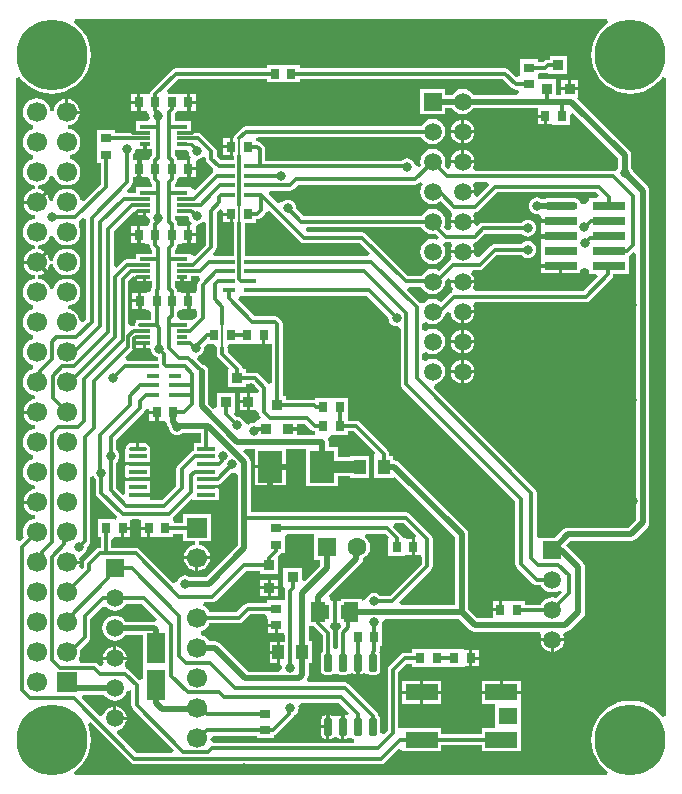
<source format=gtl>
G04*
G04 #@! TF.GenerationSoftware,Altium Limited,Altium Designer,22.6.1 (34)*
G04*
G04 Layer_Physical_Order=1*
G04 Layer_Color=255*
%FSAX44Y44*%
%MOMM*%
G71*
G04*
G04 #@! TF.SameCoordinates,3ED828DF-7C99-4F06-8B8B-480B9A04C0B7*
G04*
G04*
G04 #@! TF.FilePolarity,Positive*
G04*
G01*
G75*
%ADD10C,0.2540*%
%ADD11C,0.2000*%
%ADD20R,1.5500X2.5500*%
%ADD21R,0.9000X0.3000*%
%ADD22R,1.5000X0.4000*%
%ADD23O,1.5000X0.4000*%
%ADD24R,0.9500X0.9000*%
%ADD25R,0.9000X0.9500*%
%ADD26R,1.0000X0.4000*%
%ADD27R,2.7940X0.7366*%
%ADD28O,2.7940X0.7366*%
G04:AMPARAMS|DCode=29|XSize=0.6mm|YSize=1.45mm|CornerRadius=0.051mm|HoleSize=0mm|Usage=FLASHONLY|Rotation=180.000|XOffset=0mm|YOffset=0mm|HoleType=Round|Shape=RoundedRectangle|*
%AMROUNDEDRECTD29*
21,1,0.6000,1.3480,0,0,180.0*
21,1,0.4980,1.4500,0,0,180.0*
1,1,0.1020,-0.2490,0.6740*
1,1,0.1020,0.2490,0.6740*
1,1,0.1020,0.2490,-0.6740*
1,1,0.1020,-0.2490,-0.6740*
%
%ADD29ROUNDEDRECTD29*%
%ADD30R,1.6500X1.4000*%
%ADD31R,2.7500X1.4000*%
%ADD53C,1.7000*%
%ADD54R,1.7000X1.7000*%
%ADD59R,0.8000X0.9000*%
%ADD60R,0.9000X0.8000*%
%ADD61R,1.0000X1.3000*%
%ADD62R,1.2000X1.7000*%
%ADD63R,2.1000X2.7000*%
%ADD64C,0.3000*%
%ADD65C,0.5000*%
%ADD66C,1.0000*%
%ADD67R,1.5000X1.5000*%
%ADD68C,1.5000*%
%ADD69C,1.6000*%
%ADD70R,1.6000X1.6000*%
%ADD71C,6.0000*%
%ADD72R,1.7000X1.7000*%
%ADD73C,0.8000*%
G36*
X01621632Y01148850D02*
X01621273Y01148630D01*
X01617323Y01145257D01*
X01613950Y01141307D01*
X01611236Y01136878D01*
X01609248Y01132079D01*
X01608035Y01127028D01*
X01607628Y01121850D01*
X01608035Y01116672D01*
X01609248Y01111621D01*
X01611236Y01106822D01*
X01613950Y01102393D01*
X01617323Y01098443D01*
X01621273Y01095070D01*
X01625702Y01092356D01*
X01630501Y01090368D01*
X01635552Y01089156D01*
X01640730Y01088748D01*
X01645908Y01089156D01*
X01650959Y01090368D01*
X01655758Y01092356D01*
X01660187Y01095070D01*
X01664137Y01098443D01*
X01667510Y01102393D01*
X01667730Y01102752D01*
X01670730Y01101906D01*
Y00561794D01*
X01667730Y00560948D01*
X01667510Y00561307D01*
X01664137Y00565257D01*
X01660187Y00568630D01*
X01655758Y00571344D01*
X01650959Y00573332D01*
X01645908Y00574544D01*
X01640730Y00574952D01*
X01635552Y00574544D01*
X01630501Y00573332D01*
X01625702Y00571344D01*
X01621273Y00568630D01*
X01617323Y00565257D01*
X01613950Y00561307D01*
X01611236Y00556878D01*
X01609248Y00552079D01*
X01608035Y00547028D01*
X01607628Y00541850D01*
X01608035Y00536672D01*
X01609248Y00531621D01*
X01611236Y00526822D01*
X01613950Y00522393D01*
X01617323Y00518443D01*
X01621273Y00515070D01*
X01621632Y00514850D01*
X01620786Y00511850D01*
X01170674D01*
X01169828Y00514850D01*
X01170187Y00515070D01*
X01174137Y00518443D01*
X01177510Y00522393D01*
X01180224Y00526822D01*
X01182212Y00531621D01*
X01183425Y00536672D01*
X01183832Y00541850D01*
X01183425Y00547028D01*
X01182212Y00552079D01*
X01181110Y00554738D01*
X01183654Y00556438D01*
X01217486Y00522606D01*
X01218974Y00521611D01*
X01220730Y00521262D01*
X01429730D01*
X01431486Y00521611D01*
X01432974Y00522606D01*
X01444458Y00534090D01*
X01447230Y00532942D01*
Y00531850D01*
X01480730D01*
Y00537262D01*
X01514730D01*
Y00531850D01*
X01548230D01*
Y00548850D01*
X01548230Y00551850D01*
X01548230Y00554850D01*
Y00569501D01*
X01548230Y00571850D01*
X01547770Y00574659D01*
Y00580580D01*
X01515190D01*
Y00572310D01*
X01522921D01*
X01525730Y00571850D01*
X01525730Y00569310D01*
Y00554850D01*
X01525730Y00551850D01*
X01522730Y00551850D01*
X01514730D01*
Y00546438D01*
X01480730D01*
Y00551850D01*
X01447230D01*
Y00551850D01*
X01444318Y00552063D01*
Y00598950D01*
X01451631Y00606262D01*
X01455730D01*
Y00603350D01*
X01466730D01*
X01469730Y00603350D01*
X01472730Y00603350D01*
X01483730D01*
Y00603350D01*
X01484730D01*
Y00603350D01*
X01496380D01*
X01498730Y00603350D01*
X01501539Y00603810D01*
X01504460D01*
Y00610850D01*
Y00617890D01*
X01501539D01*
X01498730Y00618350D01*
X01496380Y00618350D01*
X01484730D01*
Y00618350D01*
X01483730D01*
Y00618350D01*
X01472730D01*
X01469730Y00618350D01*
X01466730Y00618350D01*
X01455730D01*
Y00615438D01*
X01449730D01*
X01447974Y00615089D01*
X01446486Y00614094D01*
X01436486Y00604094D01*
X01435491Y00602606D01*
X01435142Y00600850D01*
Y00549751D01*
X01431849Y00546457D01*
X01428849Y00547700D01*
Y00559340D01*
X01428576Y00560709D01*
X01427800Y00561871D01*
X01427297Y00562207D01*
X01427019Y00563606D01*
X01426024Y00565094D01*
X01402024Y00589094D01*
X01400536Y00590089D01*
X01398780Y00590438D01*
X01368129D01*
X01367113Y00593438D01*
X01367911Y00594633D01*
X01368338Y00596779D01*
Y00606350D01*
X01370730D01*
Y00625350D01*
X01368338D01*
Y00638310D01*
X01372578D01*
X01373295Y00637237D01*
X01380092Y00630440D01*
Y00616660D01*
X01379659Y00616371D01*
X01378884Y00615210D01*
X01378611Y00613840D01*
Y00600360D01*
X01378884Y00598990D01*
X01379659Y00597829D01*
X01380820Y00597054D01*
X01382190Y00596781D01*
X01387170D01*
X01388539Y00597054D01*
X01389234Y00597518D01*
X01389731Y00597829D01*
X01392329D01*
X01392826Y00597518D01*
X01393521Y00597054D01*
X01394890Y00596781D01*
X01399870D01*
X01401239Y00597054D01*
X01402186Y00597686D01*
X01402717Y00597864D01*
X01405206Y00598140D01*
X01405785Y00597898D01*
X01406400Y00597487D01*
X01407590Y00597250D01*
X01408810D01*
Y00607100D01*
X01411350D01*
Y00597250D01*
X01412570D01*
X01413760Y00597487D01*
X01414375Y00597898D01*
X01414954Y00598140D01*
X01417443Y00597864D01*
X01417974Y00597686D01*
X01418920Y00597054D01*
X01420290Y00596781D01*
X01425270D01*
X01426640Y00597054D01*
X01427800Y00597829D01*
X01428576Y00598990D01*
X01428849Y00600360D01*
Y00613840D01*
X01428576Y00615210D01*
X01428057Y00615987D01*
X01428318Y00617300D01*
Y00621350D01*
X01430730D01*
Y00636350D01*
X01430730Y00636350D01*
X01430478Y00639350D01*
X01430550Y00639523D01*
X01430790Y00641350D01*
X01433135Y00644242D01*
X01495407D01*
X01504765Y00634885D01*
X01506584Y00633669D01*
X01508730Y00633242D01*
X01563769D01*
X01565340Y00630242D01*
X01564788Y00628910D01*
X01564610Y00627559D01*
X01574569D01*
X01584529D01*
X01584351Y00628910D01*
X01583799Y00630242D01*
X01585369Y00633242D01*
X01585730D01*
X01587876Y00633669D01*
X01589695Y00634885D01*
X01600695Y00645885D01*
X01601911Y00647704D01*
X01602338Y00649850D01*
Y00687850D01*
X01601911Y00689996D01*
X01600695Y00691815D01*
X01586261Y00706250D01*
X01590253Y00710242D01*
X01641230D01*
X01643376Y00710669D01*
X01645195Y00711885D01*
X01655195Y00721885D01*
X01656411Y00723704D01*
X01656838Y00725850D01*
Y01006350D01*
X01656411Y01008496D01*
X01655195Y01010315D01*
X01642659Y01022852D01*
X01642550Y01023677D01*
X01641844Y01025380D01*
X01641338Y01026041D01*
Y01036850D01*
X01640911Y01038996D01*
X01639695Y01040815D01*
X01595810Y01084700D01*
X01596270Y01085810D01*
X01596270D01*
Y01091830D01*
X01582190D01*
Y01087728D01*
X01577730D01*
Y01100850D01*
X01565230D01*
X01562730Y01100850D01*
X01562230Y01103643D01*
Y01103850D01*
X01563650Y01106262D01*
X01568730D01*
X01569230Y01106361D01*
X01572230Y01105350D01*
Y01105350D01*
X01587230D01*
Y01120850D01*
X01572230D01*
Y01117688D01*
X01570980D01*
X01569224Y01117339D01*
X01567736Y01116344D01*
X01566830Y01115438D01*
X01562230D01*
Y01117850D01*
X01547230D01*
Y01106850D01*
X01547230Y01104081D01*
X01546785Y01103700D01*
X01544230Y01102839D01*
X01537974Y01109094D01*
X01536486Y01110089D01*
X01534730Y01110438D01*
X01360730D01*
Y01113350D01*
X01349730D01*
X01346730Y01113350D01*
X01343730Y01113350D01*
X01332730D01*
Y01110438D01*
X01256219D01*
X01254463Y01110089D01*
X01252974Y01109094D01*
X01235236Y01091356D01*
X01234241Y01089867D01*
X01234039Y01088850D01*
X01231480Y01088850D01*
X01228671Y01088390D01*
X01225750D01*
Y01081350D01*
Y01074310D01*
X01228671D01*
X01231480Y01073850D01*
X01231678Y01073676D01*
X01233517Y01070850D01*
X01233420Y01070108D01*
X01233640Y01068438D01*
X01233634Y01068245D01*
X01231590Y01065438D01*
X01229480D01*
X01229037Y01065350D01*
X01221980D01*
Y01056350D01*
X01219358Y01055438D01*
X01204230D01*
Y01057850D01*
X01189230D01*
Y01046850D01*
X01189230Y01043850D01*
X01189230Y01040850D01*
Y01029850D01*
X01192142D01*
Y01011750D01*
X01177972Y00997581D01*
X01174805Y00998656D01*
X01174634Y00999952D01*
X01173475Y01002750D01*
X01171632Y01005152D01*
X01169230Y01006995D01*
X01166432Y01008154D01*
Y01011146D01*
X01169230Y01012305D01*
X01171632Y01014148D01*
X01173475Y01016550D01*
X01174634Y01019348D01*
X01175029Y01022350D01*
X01174634Y01025352D01*
X01173475Y01028150D01*
X01171632Y01030552D01*
X01169230Y01032395D01*
X01166432Y01033554D01*
Y01036546D01*
X01169230Y01037705D01*
X01171632Y01039548D01*
X01173475Y01041950D01*
X01174634Y01044748D01*
X01175029Y01047750D01*
X01174634Y01050752D01*
X01173475Y01053550D01*
X01171632Y01055952D01*
X01169230Y01057795D01*
X01166432Y01058954D01*
X01164799Y01059169D01*
Y01062195D01*
X01166312Y01062394D01*
X01168998Y01063507D01*
X01171304Y01065276D01*
X01173073Y01067582D01*
X01174186Y01070268D01*
X01174398Y01071880D01*
X01163430D01*
Y01073150D01*
X01162160D01*
Y01084118D01*
X01160548Y01083906D01*
X01157862Y01082793D01*
X01155556Y01081024D01*
X01153787Y01078718D01*
X01152674Y01076032D01*
X01152475Y01074519D01*
X01149449D01*
X01149234Y01076152D01*
X01148075Y01078950D01*
X01146232Y01081352D01*
X01143830Y01083195D01*
X01141032Y01084354D01*
X01138030Y01084749D01*
X01135028Y01084354D01*
X01132230Y01083195D01*
X01129828Y01081352D01*
X01127985Y01078950D01*
X01126826Y01076152D01*
X01126431Y01073150D01*
X01126826Y01070148D01*
X01127985Y01067350D01*
X01129828Y01064948D01*
X01132230Y01063105D01*
X01135028Y01061946D01*
Y01058954D01*
X01132230Y01057795D01*
X01129828Y01055952D01*
X01127985Y01053550D01*
X01126826Y01050752D01*
X01126431Y01047750D01*
X01126826Y01044748D01*
X01127985Y01041950D01*
X01129828Y01039548D01*
X01132230Y01037705D01*
X01135028Y01036546D01*
Y01033554D01*
X01132230Y01032395D01*
X01129828Y01030552D01*
X01127985Y01028150D01*
X01126826Y01025352D01*
X01126431Y01022350D01*
X01126826Y01019348D01*
X01127985Y01016550D01*
X01129828Y01014148D01*
X01132230Y01012305D01*
X01135028Y01011146D01*
X01136661Y01010931D01*
Y01007905D01*
X01135148Y01007706D01*
X01132462Y01006593D01*
X01130156Y01004824D01*
X01128387Y01002518D01*
X01127274Y00999832D01*
X01127062Y00998220D01*
X01138030D01*
Y00995680D01*
X01127062D01*
X01127274Y00994068D01*
X01128387Y00991382D01*
X01130156Y00989076D01*
X01132462Y00987307D01*
X01135148Y00986194D01*
X01136661Y00985995D01*
Y00982969D01*
X01135028Y00982754D01*
X01132230Y00981595D01*
X01129828Y00979752D01*
X01127985Y00977350D01*
X01126826Y00974552D01*
X01126431Y00971550D01*
X01126826Y00968548D01*
X01127985Y00965750D01*
X01129828Y00963348D01*
X01132230Y00961505D01*
X01135028Y00960346D01*
X01136661Y00960131D01*
Y00957105D01*
X01135148Y00956906D01*
X01132462Y00955793D01*
X01130156Y00954024D01*
X01128387Y00951718D01*
X01127274Y00949032D01*
X01127062Y00947420D01*
X01138030D01*
Y00944880D01*
X01127062D01*
X01127274Y00943268D01*
X01128387Y00940582D01*
X01130156Y00938276D01*
X01132462Y00936507D01*
X01135148Y00935394D01*
X01136661Y00935195D01*
Y00932169D01*
X01135028Y00931954D01*
X01132230Y00930795D01*
X01129828Y00928952D01*
X01127985Y00926550D01*
X01126826Y00923752D01*
X01126431Y00920750D01*
X01126826Y00917748D01*
X01127985Y00914950D01*
X01129828Y00912548D01*
X01132230Y00910705D01*
X01135028Y00909546D01*
Y00906554D01*
X01132230Y00905395D01*
X01129828Y00903552D01*
X01127985Y00901150D01*
X01126826Y00898352D01*
X01126431Y00895350D01*
X01126826Y00892348D01*
X01127985Y00889550D01*
X01129828Y00887148D01*
X01132230Y00885305D01*
X01135028Y00884146D01*
Y00881154D01*
X01132230Y00879995D01*
X01129828Y00878152D01*
X01127985Y00875750D01*
X01126826Y00872952D01*
X01126431Y00869950D01*
X01126826Y00866948D01*
X01127985Y00864150D01*
X01129828Y00861748D01*
X01132230Y00859905D01*
X01135028Y00858746D01*
Y00855754D01*
X01132230Y00854595D01*
X01129828Y00852752D01*
X01127985Y00850350D01*
X01126826Y00847552D01*
X01126431Y00844550D01*
X01126826Y00841548D01*
X01127985Y00838750D01*
X01129828Y00836348D01*
X01132230Y00834505D01*
X01135028Y00833346D01*
X01136661Y00833131D01*
Y00830105D01*
X01135148Y00829906D01*
X01132462Y00828793D01*
X01130156Y00827024D01*
X01128387Y00824718D01*
X01127274Y00822032D01*
X01127062Y00820420D01*
X01138030D01*
Y00817880D01*
X01127062D01*
X01127274Y00816268D01*
X01128387Y00813582D01*
X01130156Y00811276D01*
X01132462Y00809507D01*
X01135148Y00808394D01*
X01136661Y00808195D01*
Y00805169D01*
X01135028Y00804954D01*
X01132230Y00803795D01*
X01129828Y00801952D01*
X01127985Y00799550D01*
X01126826Y00796752D01*
X01126431Y00793750D01*
X01126826Y00790748D01*
X01127985Y00787950D01*
X01129828Y00785548D01*
X01132230Y00783705D01*
X01135028Y00782546D01*
Y00779554D01*
X01132230Y00778395D01*
X01129828Y00776552D01*
X01127985Y00774150D01*
X01126826Y00771352D01*
X01126431Y00768350D01*
X01126826Y00765348D01*
X01127985Y00762550D01*
X01129828Y00760148D01*
X01132230Y00758305D01*
X01135028Y00757146D01*
X01136661Y00756931D01*
Y00753905D01*
X01135148Y00753706D01*
X01132462Y00752593D01*
X01130156Y00750824D01*
X01128387Y00748518D01*
X01127274Y00745832D01*
X01127062Y00744220D01*
X01138030D01*
Y00741680D01*
X01127062D01*
X01127274Y00740068D01*
X01128387Y00737382D01*
X01130156Y00735076D01*
X01132462Y00733307D01*
X01135148Y00732194D01*
X01136661Y00731995D01*
Y00728969D01*
X01135028Y00728754D01*
X01132230Y00727595D01*
X01129828Y00725752D01*
X01127985Y00723350D01*
X01126826Y00720552D01*
X01126431Y00717550D01*
X01126826Y00714548D01*
X01127328Y00713336D01*
X01123730Y00709739D01*
X01120730Y00710981D01*
Y01101906D01*
X01123730Y01102752D01*
X01123950Y01102393D01*
X01127323Y01098443D01*
X01131273Y01095070D01*
X01135702Y01092356D01*
X01140501Y01090368D01*
X01145552Y01089156D01*
X01150730Y01088748D01*
X01155908Y01089156D01*
X01160959Y01090368D01*
X01165758Y01092356D01*
X01170187Y01095070D01*
X01174137Y01098443D01*
X01177510Y01102393D01*
X01180224Y01106822D01*
X01182212Y01111621D01*
X01183425Y01116672D01*
X01183832Y01121850D01*
X01183425Y01127028D01*
X01182212Y01132079D01*
X01180224Y01136878D01*
X01177510Y01141307D01*
X01174137Y01145257D01*
X01170187Y01148630D01*
X01169828Y01148850D01*
X01170674Y01151850D01*
X01620786D01*
X01621632Y01148850D01*
D02*
G37*
G36*
X01540486Y01093606D02*
X01541974Y01092611D01*
X01543730Y01092262D01*
X01545109D01*
X01546080Y01091290D01*
X01546382Y01090201D01*
X01544324Y01087728D01*
X01507621D01*
X01506178Y01089609D01*
X01503985Y01091292D01*
X01501431Y01092350D01*
X01498689Y01092711D01*
X01495948Y01092350D01*
X01493394Y01091292D01*
X01491201Y01089609D01*
X01489758Y01087728D01*
X01483789D01*
Y01092620D01*
X01462789D01*
Y01071620D01*
X01483789D01*
Y01076512D01*
X01489758D01*
X01491201Y01074631D01*
X01493394Y01072948D01*
X01495948Y01071890D01*
X01498689Y01071529D01*
X01501431Y01071890D01*
X01503985Y01072948D01*
X01506178Y01074631D01*
X01507621Y01076512D01*
X01562190D01*
Y01071120D01*
X01568730D01*
Y01069850D01*
X01570000D01*
Y01062810D01*
X01572921D01*
X01575730Y01062350D01*
X01575730D01*
X01575730Y01062350D01*
X01589730D01*
Y01071000D01*
X01592502Y01072148D01*
X01630122Y01034527D01*
Y01026041D01*
X01629616Y01025380D01*
X01629581Y01025297D01*
X01627967Y01023596D01*
X01625850Y01023414D01*
X01625730Y01023438D01*
X01509078D01*
X01507459Y01026257D01*
X01508471Y01028699D01*
X01508649Y01030050D01*
X01498689D01*
X01488730D01*
X01488908Y01028699D01*
X01488924Y01028661D01*
X01487034Y01025383D01*
X01485869Y01025229D01*
X01483226Y01027872D01*
X01483519Y01028579D01*
X01483880Y01031320D01*
X01483519Y01034061D01*
X01482461Y01036615D01*
X01480778Y01038809D01*
X01478585Y01040492D01*
X01476030Y01041550D01*
X01473289Y01041911D01*
X01470548Y01041550D01*
X01467994Y01040492D01*
X01465801Y01038809D01*
X01464118Y01036615D01*
X01463060Y01034061D01*
X01462699Y01031320D01*
X01463041Y01028721D01*
X01462378Y01027909D01*
X01461452Y01027000D01*
X01458613Y01028199D01*
X01458550Y01028677D01*
X01457845Y01030380D01*
X01456723Y01031842D01*
X01455260Y01032964D01*
X01453557Y01033670D01*
X01451730Y01033910D01*
X01449903Y01033670D01*
X01448200Y01032964D01*
X01446862Y01031938D01*
X01331318D01*
Y01042093D01*
X01330969Y01043848D01*
X01329974Y01045337D01*
X01328217Y01047094D01*
X01326729Y01048089D01*
X01324973Y01048438D01*
X01323730D01*
Y01051350D01*
X01326406Y01052132D01*
X01463825D01*
X01464118Y01051425D01*
X01465801Y01049231D01*
X01467994Y01047548D01*
X01470548Y01046490D01*
X01473289Y01046129D01*
X01476030Y01046490D01*
X01478585Y01047548D01*
X01480778Y01049231D01*
X01482461Y01051425D01*
X01483519Y01053979D01*
X01483880Y01056720D01*
X01483519Y01059461D01*
X01482461Y01062015D01*
X01480778Y01064209D01*
X01478585Y01065892D01*
X01476030Y01066950D01*
X01473289Y01067311D01*
X01470548Y01066950D01*
X01467994Y01065892D01*
X01465801Y01064209D01*
X01464118Y01062015D01*
X01463825Y01061308D01*
X01315100D01*
X01313344Y01060959D01*
X01311856Y01059964D01*
X01306486Y01054594D01*
X01305491Y01053106D01*
X01305142Y01051350D01*
X01304764Y01050890D01*
X01304000D01*
Y01043850D01*
Y01036810D01*
X01304354D01*
X01305142Y01035850D01*
Y01032350D01*
X01293719D01*
X01290318Y01035751D01*
Y01039850D01*
X01289969Y01041606D01*
X01288974Y01043094D01*
X01277974Y01054094D01*
X01276486Y01055089D01*
X01274730Y01055438D01*
X01271602D01*
X01268980Y01056350D01*
Y01065350D01*
X01261923D01*
X01261480Y01065438D01*
X01255068D01*
Y01071522D01*
X01257198Y01073850D01*
X01259480Y01073850D01*
X01262289Y01074310D01*
X01265210D01*
Y01081350D01*
Y01088390D01*
X01262289D01*
X01259480Y01088850D01*
X01257131Y01088850D01*
X01249627D01*
X01248479Y01091622D01*
X01258119Y01101262D01*
X01332730D01*
Y01098350D01*
X01343730D01*
X01346730Y01098350D01*
X01349730Y01098350D01*
X01360730D01*
Y01101262D01*
X01532829D01*
X01540486Y01093606D01*
D02*
G37*
G36*
X01230750Y01041810D02*
X01235892D01*
Y01036251D01*
X01235236Y01035594D01*
X01234241Y01034106D01*
X01234150Y01033647D01*
X01231480Y01032850D01*
D01*
X01228559Y01032390D01*
X01225750D01*
Y01025350D01*
Y01018310D01*
X01228527D01*
X01231480Y01017850D01*
D01*
X01233892Y01016430D01*
Y01016350D01*
X01234241Y01014594D01*
X01235236Y01013106D01*
X01235892Y01012449D01*
Y01009438D01*
X01229480D01*
X01229037Y01009350D01*
X01221980D01*
Y01004438D01*
X01215726D01*
X01214578Y01007210D01*
X01217974Y01010606D01*
X01218969Y01012094D01*
X01219318Y01013850D01*
Y01018310D01*
X01223210D01*
Y01025350D01*
Y01032390D01*
X01219318D01*
Y01036547D01*
X01219723Y01036858D01*
X01220844Y01038320D01*
X01221251Y01039302D01*
X01222440Y01041810D01*
X01223602Y01041810D01*
X01228210D01*
Y01045850D01*
X01230750D01*
Y01041810D01*
D02*
G37*
G36*
X01266420Y01040350D02*
X01266660Y01038523D01*
X01267365Y01036820D01*
X01268463Y01035390D01*
X01268443Y01035232D01*
X01267750Y01033294D01*
Y01026620D01*
X01273020D01*
Y01030324D01*
X01273295Y01032094D01*
X01275236Y01033479D01*
X01275512Y01033615D01*
X01277010Y01034236D01*
X01278142Y01035104D01*
X01279492Y01034804D01*
X01281142Y01033908D01*
Y01033850D01*
X01281491Y01032094D01*
X01282486Y01030606D01*
X01287028Y01026064D01*
X01287236Y01022594D01*
X01276236Y01011594D01*
X01271980Y01007339D01*
X01268980Y01008581D01*
Y01009350D01*
X01261923D01*
X01261480Y01009438D01*
X01255068D01*
Y01012449D01*
X01255724Y01013106D01*
X01256719Y01014594D01*
X01257068Y01016350D01*
X01258568Y01017850D01*
X01259480D01*
X01262289Y01018310D01*
X01265210D01*
Y01025350D01*
Y01032390D01*
X01262289D01*
X01259480Y01032850D01*
X01256969Y01032850D01*
X01256719Y01034106D01*
X01255724Y01035594D01*
X01255068Y01036251D01*
Y01041350D01*
X01265543D01*
X01266420Y01040350D01*
D02*
G37*
G36*
X01520653Y01011262D02*
X01511031Y01001639D01*
X01508471Y01003299D01*
X01508649Y01004650D01*
X01498689D01*
Y01007190D01*
X01508649D01*
X01508471Y01008541D01*
X01507459Y01010983D01*
X01507246Y01011262D01*
X01508725Y01014262D01*
X01519411D01*
X01520653Y01011262D01*
D02*
G37*
G36*
X01153385Y01016550D02*
X01155228Y01014148D01*
X01157630Y01012305D01*
X01160428Y01011146D01*
Y01008154D01*
X01157630Y01006995D01*
X01155228Y01005152D01*
X01153385Y01002750D01*
X01152226Y00999952D01*
X01152011Y00998319D01*
X01148985D01*
X01148786Y00999832D01*
X01147673Y01002518D01*
X01145904Y01004824D01*
X01143598Y01006593D01*
X01140912Y01007706D01*
X01139399Y01007905D01*
Y01010931D01*
X01141032Y01011146D01*
X01143830Y01012305D01*
X01146232Y01014148D01*
X01148075Y01016550D01*
X01149234Y01019348D01*
X01152226D01*
X01153385Y01016550D01*
D02*
G37*
G36*
X01464783Y01012082D02*
X01464118Y01011215D01*
X01463060Y01008661D01*
X01462699Y01005920D01*
X01463060Y01003179D01*
X01464118Y01000625D01*
X01465801Y00998431D01*
X01467994Y00996748D01*
X01470548Y00995690D01*
X01473289Y00995329D01*
X01476030Y00995690D01*
X01478585Y00996748D01*
X01480146Y00997946D01*
X01488486Y00989606D01*
X01488974Y00989279D01*
X01489931Y00986190D01*
X01489919Y00985583D01*
X01488908Y00983141D01*
X01488730Y00981790D01*
X01498689D01*
X01508649D01*
X01508471Y00983141D01*
X01507592Y00985262D01*
X01508242Y00987020D01*
X01509125Y00988340D01*
X01510486Y00988611D01*
X01511974Y00989606D01*
X01527630Y01005262D01*
X01611830D01*
X01613817Y01003275D01*
X01612669Y01000503D01*
X01605439D01*
Y00997736D01*
X01602439Y00995493D01*
X01602089Y00995539D01*
X01600001Y00995264D01*
X01597894Y00997190D01*
X01596823Y00998586D01*
X01595427Y00999658D01*
X01593801Y01000331D01*
X01592056Y01000561D01*
X01571482D01*
X01569738Y01000331D01*
X01568112Y00999658D01*
X01567813Y00999428D01*
X01565960D01*
X01565260Y00999965D01*
X01563557Y01000670D01*
X01561730Y01000910D01*
X01559903Y01000670D01*
X01558200Y00999965D01*
X01556738Y00998842D01*
X01555616Y00997380D01*
X01554910Y00995677D01*
X01554670Y00993850D01*
X01554910Y00992023D01*
X01555616Y00990320D01*
X01556738Y00988858D01*
X01558200Y00987736D01*
X01559903Y00987030D01*
X01561730Y00986790D01*
X01562259Y00986859D01*
X01564859Y00985085D01*
X01565259Y00984488D01*
Y00982390D01*
X01581769D01*
Y00979850D01*
X01565259D01*
Y00977643D01*
X01565259Y00974897D01*
X01565259D01*
Y00974643D01*
X01565259D01*
Y00969690D01*
X01581769D01*
Y00967150D01*
X01565259D01*
Y00962403D01*
X01564799D01*
Y00949037D01*
X01565259D01*
Y00944290D01*
X01581769D01*
Y00943020D01*
X01583039D01*
Y00936797D01*
X01598279D01*
Y00939370D01*
X01601279Y00941408D01*
X01602089Y00941301D01*
X01602439Y00941347D01*
X01605439Y00939104D01*
Y00936337D01*
X01611809D01*
X01612957Y00933565D01*
X01600829Y00921438D01*
X01508771D01*
X01507292Y00924438D01*
X01507459Y00924657D01*
X01508471Y00927099D01*
X01508649Y00928450D01*
X01498689D01*
X01488730D01*
X01488908Y00927099D01*
X01489919Y00924657D01*
X01490266Y00924206D01*
X01490179Y00923273D01*
X01489306Y00920642D01*
X01488486Y00920094D01*
X01480451Y00912060D01*
X01478585Y00913492D01*
X01476030Y00914550D01*
X01473289Y00914911D01*
X01470548Y00914550D01*
X01467994Y00913492D01*
X01466002Y00911963D01*
X01465466Y00911724D01*
X01465460Y00911723D01*
X01462124Y00911945D01*
X01451866Y00922203D01*
X01453109Y00925202D01*
X01463795D01*
X01464118Y00924425D01*
X01465801Y00922231D01*
X01467994Y00920548D01*
X01470548Y00919490D01*
X01473289Y00919129D01*
X01476030Y00919490D01*
X01478585Y00920548D01*
X01480778Y00922231D01*
X01482461Y00924425D01*
X01483519Y00926979D01*
X01483880Y00929720D01*
X01483781Y00930475D01*
X01485918Y00932613D01*
X01488759Y00931211D01*
X01488730Y00930990D01*
X01498689D01*
X01508649D01*
X01508471Y00932341D01*
X01507459Y00934783D01*
X01506118Y00936532D01*
X01506438Y00937940D01*
X01507323Y00939532D01*
X01513000D01*
X01514756Y00939881D01*
X01516244Y00940876D01*
X01527630Y00952262D01*
X01548427D01*
X01548738Y00951858D01*
X01550200Y00950735D01*
X01551903Y00950030D01*
X01553730Y00949790D01*
X01555557Y00950030D01*
X01557260Y00950735D01*
X01558723Y00951858D01*
X01559845Y00953320D01*
X01560550Y00955023D01*
X01560790Y00956850D01*
X01560550Y00958677D01*
X01559845Y00960380D01*
X01558723Y00961842D01*
X01557260Y00962964D01*
X01555557Y00963670D01*
X01553730Y00963910D01*
X01551903Y00963670D01*
X01550200Y00962964D01*
X01548738Y00961842D01*
X01548427Y00961438D01*
X01525730D01*
X01523974Y00961089D01*
X01522486Y00960094D01*
X01512588Y00950197D01*
X01510733Y00950378D01*
X01510108Y00950963D01*
X01508586Y00953371D01*
X01508649Y00953850D01*
X01498689D01*
X01488730D01*
X01488908Y00952499D01*
X01489342Y00951450D01*
X01489222Y00949146D01*
X01488031Y00947590D01*
X01487692Y00947364D01*
X01478944Y00938616D01*
X01478585Y00938892D01*
X01476030Y00939950D01*
X01473289Y00940311D01*
X01470548Y00939950D01*
X01467994Y00938892D01*
X01465801Y00937209D01*
X01464118Y00935015D01*
X01463854Y00934379D01*
X01452690D01*
X01416974Y00970094D01*
X01415486Y00971089D01*
X01413730Y00971438D01*
X01367106D01*
X01365847Y00973019D01*
X01367138Y00975932D01*
X01463825D01*
X01464118Y00975225D01*
X01465801Y00973031D01*
X01467994Y00971348D01*
X01470548Y00970290D01*
X01473289Y00969929D01*
X01475730Y00970251D01*
X01478341Y00967640D01*
X01476641Y00965097D01*
X01476030Y00965350D01*
X01473289Y00965711D01*
X01470548Y00965350D01*
X01467994Y00964292D01*
X01465801Y00962609D01*
X01464118Y00960415D01*
X01463060Y00957861D01*
X01462699Y00955120D01*
X01463060Y00952379D01*
X01464118Y00949825D01*
X01465801Y00947631D01*
X01467994Y00945948D01*
X01470548Y00944890D01*
X01473289Y00944529D01*
X01476030Y00944890D01*
X01478585Y00945948D01*
X01480778Y00947631D01*
X01482461Y00949825D01*
X01483519Y00952379D01*
X01483880Y00955120D01*
X01483519Y00957861D01*
X01482461Y00960415D01*
X01482254Y00960685D01*
X01483957Y00963394D01*
X01484619Y00963262D01*
X01488500D01*
X01489980Y00960262D01*
X01489919Y00960183D01*
X01488908Y00957741D01*
X01488730Y00956390D01*
X01498689D01*
X01508649D01*
X01508471Y00957741D01*
X01507459Y00960183D01*
X01507399Y00960262D01*
X01508730Y00963262D01*
X01510486Y00963611D01*
X01511974Y00964606D01*
X01517630Y00970262D01*
X01548427D01*
X01548738Y00969857D01*
X01550200Y00968736D01*
X01551903Y00968030D01*
X01553730Y00967790D01*
X01555557Y00968030D01*
X01557260Y00968736D01*
X01558723Y00969857D01*
X01559845Y00971320D01*
X01560550Y00973023D01*
X01560790Y00974850D01*
X01560550Y00976677D01*
X01559845Y00978380D01*
X01558723Y00979842D01*
X01557260Y00980965D01*
X01555557Y00981670D01*
X01553730Y00981910D01*
X01551903Y00981670D01*
X01550200Y00980965D01*
X01548738Y00979842D01*
X01548427Y00979438D01*
X01515730D01*
X01513974Y00979089D01*
X01512486Y00978094D01*
X01511243Y00976851D01*
X01509614Y00977467D01*
X01508535Y00978386D01*
X01508649Y00979250D01*
X01498689D01*
X01488730D01*
X01488908Y00977899D01*
X01489551Y00976347D01*
X01488126Y00973775D01*
X01487800Y00973470D01*
X01485729Y00973229D01*
X01482834Y00976124D01*
X01483519Y00977779D01*
X01483880Y00980520D01*
X01483519Y00983261D01*
X01482461Y00985815D01*
X01480778Y00988009D01*
X01478585Y00989692D01*
X01476030Y00990750D01*
X01473289Y00991111D01*
X01470548Y00990750D01*
X01467994Y00989692D01*
X01465801Y00988009D01*
X01464118Y00985815D01*
X01463825Y00985108D01*
X01363961D01*
X01357724Y00991345D01*
X01357790Y00991850D01*
X01357550Y00993677D01*
X01356844Y00995380D01*
X01355723Y00996842D01*
X01354260Y00997964D01*
X01352557Y00998670D01*
X01350730Y00998910D01*
X01348903Y00998670D01*
X01347200Y00997964D01*
X01345738Y00996842D01*
X01345621Y00996690D01*
X01341945Y00996123D01*
X01334307Y01003762D01*
X01335549Y01006762D01*
X01352230D01*
X01353986Y01007111D01*
X01355474Y01008106D01*
X01359131Y01011762D01*
X01458319D01*
X01460075Y01012111D01*
X01461564Y01013106D01*
X01462523Y01014064D01*
X01464783Y01012082D01*
D02*
G37*
G36*
X01230750Y00985740D02*
X01233420Y00983850D01*
X01233660Y00982023D01*
X01234365Y00980320D01*
X01234306Y00980203D01*
X01234241Y00980106D01*
X01234231Y00980057D01*
X01233102Y00977842D01*
X01231561Y00976850D01*
X01231480D01*
X01228671Y00976390D01*
X01225750D01*
Y00969350D01*
Y00962310D01*
X01228671D01*
X01231480Y00961850D01*
X01232392D01*
X01233892Y00960350D01*
X01234241Y00958594D01*
X01235236Y00957106D01*
X01235892Y00956450D01*
Y00953438D01*
X01229480D01*
X01229037Y00953350D01*
X01221980D01*
Y00948438D01*
X01214730D01*
X01212974Y00948089D01*
X01211486Y00947094D01*
X01205869Y00941477D01*
X01203097Y00942625D01*
Y00972586D01*
X01219440Y00988929D01*
X01222440Y00987687D01*
Y00985810D01*
X01228210D01*
Y00989850D01*
X01230750D01*
Y00985740D01*
D02*
G37*
G36*
X01261480Y00985262D02*
X01266431D01*
X01266660Y00983523D01*
X01267365Y00981820D01*
X01268488Y00980358D01*
X01269749Y00979390D01*
X01269761Y00979067D01*
X01268082Y00976390D01*
X01267750D01*
Y00970620D01*
X01273020D01*
Y00975324D01*
X01273216Y00976585D01*
X01275143Y00978509D01*
X01275307Y00978530D01*
X01277010Y00979236D01*
X01278142Y00980104D01*
X01279492Y00979804D01*
X01281142Y00978908D01*
Y00960751D01*
X01271752Y00951360D01*
X01268980Y00952508D01*
Y00953350D01*
X01261923D01*
X01261480Y00953438D01*
X01255068D01*
Y00956450D01*
X01255724Y00957106D01*
X01256719Y00958594D01*
X01257068Y00960350D01*
X01258568Y00961850D01*
X01259480D01*
X01262289Y00962310D01*
X01265210D01*
Y00969350D01*
Y00976390D01*
X01262289D01*
X01259480Y00976850D01*
X01258568D01*
X01257068Y00978350D01*
X01256719Y00980106D01*
X01255724Y00981594D01*
X01255068Y00982251D01*
Y00985350D01*
X01261037D01*
X01261480Y00985262D01*
D02*
G37*
G36*
X01361486Y00963606D02*
X01362974Y00962611D01*
X01364730Y00962262D01*
X01411830D01*
X01420153Y00953938D01*
X01418911Y00950938D01*
X01326480D01*
Y00951350D01*
X01314318D01*
Y00979350D01*
X01314318Y00979350D01*
X01323730D01*
Y00982262D01*
X01324730D01*
X01326486Y00982611D01*
X01327974Y00983606D01*
X01331474Y00987106D01*
X01332383Y00988466D01*
X01332509Y00988604D01*
X01335689Y00989403D01*
X01361486Y00963606D01*
D02*
G37*
G36*
X01296190Y00989579D02*
Y00988120D01*
X01302730D01*
Y00986850D01*
X01304000D01*
Y00979810D01*
X01304764D01*
X01305142Y00979350D01*
Y00951350D01*
X01292480D01*
Y00950938D01*
X01288226D01*
X01287078Y00953710D01*
X01288974Y00955606D01*
X01289969Y00957094D01*
X01290318Y00958850D01*
Y00987950D01*
X01293190Y00990821D01*
X01296190Y00989579D01*
D02*
G37*
G36*
X01153385Y00965750D02*
X01155228Y00963348D01*
X01157630Y00961505D01*
X01160428Y00960346D01*
Y00957354D01*
X01157630Y00956195D01*
X01155228Y00954352D01*
X01153385Y00951950D01*
X01152226Y00949152D01*
X01152011Y00947519D01*
X01148985D01*
X01148786Y00949032D01*
X01147673Y00951718D01*
X01145904Y00954024D01*
X01143598Y00955793D01*
X01140912Y00956906D01*
X01139399Y00957105D01*
Y00960131D01*
X01141032Y00960346D01*
X01143830Y00961505D01*
X01146232Y00963348D01*
X01148075Y00965750D01*
X01149234Y00968548D01*
X01152226D01*
X01153385Y00965750D01*
D02*
G37*
G36*
X01276653Y00931262D02*
X01275486Y00930094D01*
X01274491Y00928606D01*
X01274142Y00926850D01*
Y00922925D01*
X01273020Y00920390D01*
X01271142Y00920390D01*
X01267750D01*
Y00913350D01*
Y00906310D01*
X01273020Y00906310D01*
X01274142Y00903775D01*
Y00900751D01*
X01271617Y00898226D01*
X01268980Y00897350D01*
X01268980Y00897350D01*
X01261923D01*
X01261480Y00897438D01*
X01259151D01*
X01257047Y00900438D01*
X01257068Y00900543D01*
Y00903729D01*
X01259190Y00905850D01*
X01259480D01*
X01262289Y00906310D01*
X01262480D01*
X01265210D01*
Y00913350D01*
Y00920390D01*
X01262289D01*
X01259480Y00920850D01*
X01257568Y00920850D01*
X01257068Y00921350D01*
X01256719Y00923106D01*
X01255724Y00924594D01*
X01255068Y00925251D01*
Y00929810D01*
X01260210D01*
Y00933850D01*
X01262750D01*
Y00929810D01*
X01268520D01*
Y00934262D01*
X01275411D01*
X01276653Y00931262D01*
D02*
G37*
G36*
X01152011Y00944781D02*
X01152226Y00943148D01*
X01153385Y00940350D01*
X01155228Y00937948D01*
X01157630Y00936105D01*
X01160428Y00934946D01*
Y00931954D01*
X01157630Y00930795D01*
X01155228Y00928952D01*
X01153385Y00926550D01*
X01152226Y00923752D01*
X01149234D01*
X01148075Y00926550D01*
X01146232Y00928952D01*
X01143830Y00930795D01*
X01141032Y00931954D01*
X01139399Y00932169D01*
Y00935195D01*
X01140912Y00935394D01*
X01143598Y00936507D01*
X01145904Y00938276D01*
X01147673Y00940582D01*
X01148786Y00943268D01*
X01148985Y00944781D01*
X01152011D01*
D02*
G37*
G36*
X01222440Y00933631D02*
Y00929810D01*
X01228210D01*
Y00933850D01*
X01230750D01*
Y00929810D01*
X01235892D01*
Y00925330D01*
X01235241Y00924356D01*
X01234892Y00922600D01*
X01233142Y00920850D01*
X01232480D01*
X01229671Y00920390D01*
X01226750D01*
Y00913350D01*
Y00906310D01*
X01229671D01*
X01232480Y00905850D01*
X01232775D01*
X01234896Y00903729D01*
Y00897438D01*
X01225601D01*
X01225158Y00897350D01*
X01221980D01*
Y00895530D01*
X01221362Y00894606D01*
X01221013Y00892850D01*
X01220675Y00892438D01*
X01220045D01*
X01218289Y00892089D01*
X01215318Y00893712D01*
Y00929878D01*
X01219440Y00934000D01*
X01222440Y00933631D01*
D02*
G37*
G36*
X01180142Y00982531D02*
Y00897750D01*
X01177499Y00895108D01*
X01176831Y00895163D01*
X01174441Y00896292D01*
X01174186Y00898232D01*
X01173073Y00900918D01*
X01171304Y00903224D01*
X01168998Y00904993D01*
X01166312Y00906106D01*
X01164799Y00906305D01*
Y00909331D01*
X01166432Y00909546D01*
X01169230Y00910705D01*
X01171632Y00912548D01*
X01173475Y00914950D01*
X01174634Y00917748D01*
X01175029Y00920750D01*
X01174634Y00923752D01*
X01173475Y00926550D01*
X01171632Y00928952D01*
X01169230Y00930795D01*
X01166432Y00931954D01*
Y00934946D01*
X01169230Y00936105D01*
X01171632Y00937948D01*
X01173475Y00940350D01*
X01174634Y00943148D01*
X01175029Y00946150D01*
X01174634Y00949152D01*
X01173475Y00951950D01*
X01171632Y00954352D01*
X01169230Y00956195D01*
X01166432Y00957354D01*
Y00960346D01*
X01169230Y00961505D01*
X01171632Y00963348D01*
X01173475Y00965750D01*
X01174634Y00968548D01*
X01175029Y00971550D01*
X01174634Y00974552D01*
X01173596Y00977058D01*
X01173479Y00977372D01*
X01174092Y00980723D01*
X01177142Y00983773D01*
X01180142Y00982531D01*
D02*
G37*
G36*
X01645622Y00953334D02*
Y00728173D01*
X01638907Y00721458D01*
X01587930D01*
X01585784Y00721031D01*
X01583965Y00719815D01*
X01577139Y00712989D01*
X01564069D01*
Y00712989D01*
X01561318Y00713590D01*
Y00750850D01*
X01560969Y00752606D01*
X01559974Y00754094D01*
X01474063Y00840005D01*
X01475139Y00843173D01*
X01476030Y00843290D01*
X01478585Y00844348D01*
X01480778Y00846031D01*
X01482461Y00848225D01*
X01483519Y00850779D01*
X01483880Y00853520D01*
X01483519Y00856261D01*
X01482461Y00858815D01*
X01480778Y00861009D01*
X01478585Y00862692D01*
X01476030Y00863750D01*
X01473289Y00864111D01*
X01470548Y00863750D01*
X01467994Y00862692D01*
X01467318Y00862173D01*
X01464318Y00863652D01*
Y00868788D01*
X01467318Y00870267D01*
X01467994Y00869748D01*
X01470548Y00868690D01*
X01473289Y00868329D01*
X01476030Y00868690D01*
X01478585Y00869748D01*
X01480778Y00871431D01*
X01482461Y00873625D01*
X01483519Y00876179D01*
X01483880Y00878920D01*
X01483519Y00881661D01*
X01482461Y00884215D01*
X01480778Y00886409D01*
X01478585Y00888092D01*
X01476030Y00889150D01*
X01473289Y00889511D01*
X01470548Y00889150D01*
X01467994Y00888092D01*
X01467318Y00887573D01*
X01464318Y00889053D01*
Y00894187D01*
X01467318Y00895667D01*
X01467994Y00895148D01*
X01470548Y00894090D01*
X01473289Y00893729D01*
X01476030Y00894090D01*
X01478585Y00895148D01*
X01480778Y00896831D01*
X01482461Y00899025D01*
X01483519Y00901579D01*
X01483636Y00902467D01*
X01486127Y00904153D01*
X01488722Y00903111D01*
X01488908Y00901699D01*
X01489919Y00899257D01*
X01491529Y00897159D01*
X01493626Y00895550D01*
X01496069Y00894538D01*
X01497419Y00894361D01*
Y00904320D01*
X01498689D01*
Y00905590D01*
X01508649D01*
X01508471Y00906941D01*
X01507459Y00909383D01*
X01509032Y00912262D01*
X01602730D01*
X01604486Y00912611D01*
X01605974Y00913606D01*
X01624834Y00932465D01*
X01625828Y00933954D01*
X01626178Y00935709D01*
Y00936337D01*
X01639379D01*
Y00951497D01*
X01640844Y00952476D01*
X01642851Y00954482D01*
X01645622Y00953334D01*
D02*
G37*
G36*
X01331625Y00877060D02*
X01336895D01*
X01337142Y00874162D01*
Y00843705D01*
X01334142Y00842795D01*
X01333876Y00843193D01*
X01325974Y00851094D01*
X01324486Y00852089D01*
X01322730Y00852438D01*
X01315230D01*
Y00855600D01*
X01312318D01*
Y00855827D01*
X01311969Y00857583D01*
X01310974Y00859071D01*
X01299673Y00870372D01*
Y00873060D01*
X01299566Y00873600D01*
X01301207Y00876600D01*
X01306355D01*
X01309355Y00876600D01*
Y00876600D01*
X01309355D01*
Y00876600D01*
X01321006D01*
X01323355Y00876600D01*
X01326164Y00877060D01*
X01329085D01*
Y00884100D01*
X01331625D01*
Y00877060D01*
D02*
G37*
G36*
X01230750Y00873810D02*
X01233828D01*
X01234670Y00872850D01*
X01234910Y00871023D01*
X01235616Y00869320D01*
X01236738Y00867858D01*
X01238200Y00866736D01*
X01239903Y00866030D01*
X01241142Y00865867D01*
Y00862850D01*
X01228730D01*
Y00862442D01*
X01214430D01*
X01213187Y00865443D01*
X01218974Y00871230D01*
X01219922Y00872647D01*
X01222440Y00873810D01*
X01228210D01*
Y00877850D01*
X01230750D01*
Y00873810D01*
D02*
G37*
G36*
X01288946Y00876219D02*
X01290604Y00873600D01*
X01290497Y00873060D01*
Y00868472D01*
X01290846Y00866716D01*
X01291841Y00865228D01*
X01300593Y00856476D01*
X01300230Y00855600D01*
X01300230D01*
Y00840100D01*
X01315230D01*
Y00843262D01*
X01320829D01*
X01326044Y00838048D01*
Y00837405D01*
X01324270Y00835140D01*
X01323044Y00835140D01*
X01318500D01*
Y00827850D01*
Y00820560D01*
X01323712Y00820560D01*
X01325233Y00819490D01*
X01326237Y00818374D01*
X01326491Y00817094D01*
X01327486Y00815606D01*
X01327720Y00815372D01*
X01326572Y00812600D01*
X01324730D01*
Y00812431D01*
X01324581Y00812079D01*
X01321730Y00809910D01*
X01319903Y00809670D01*
X01318200Y00808964D01*
X01317718Y00808595D01*
X01314672Y00809575D01*
X01314550Y00809677D01*
X01313844Y00811380D01*
X01312722Y00812842D01*
X01311260Y00813964D01*
X01309557Y00814670D01*
X01307730Y00814910D01*
X01307225Y00814844D01*
X01304969Y00817100D01*
X01305730Y00820100D01*
X01305730D01*
Y00835600D01*
X01290730D01*
Y00823196D01*
X01287730Y00821954D01*
X01283338Y00826346D01*
Y00853850D01*
X01282911Y00855996D01*
X01281695Y00857815D01*
X01279876Y00859031D01*
X01278830Y00859239D01*
X01274122Y00863947D01*
X01274345Y00865526D01*
X01275069Y00867242D01*
X01276260Y00867736D01*
X01277722Y00868858D01*
X01278845Y00870320D01*
X01279550Y00872023D01*
X01279790Y00873850D01*
X01279735Y00874271D01*
X01281874Y00876600D01*
X01288430D01*
X01288946Y00876219D01*
D02*
G37*
G36*
X01370397Y00804106D02*
X01371886Y00803111D01*
X01373480Y00802794D01*
Y00799850D01*
X01370643Y00799458D01*
X01358270D01*
Y00803580D01*
X01351230D01*
Y00806120D01*
X01358270D01*
Y00809512D01*
X01364991D01*
X01370397Y00804106D01*
D02*
G37*
G36*
X01305992Y00767660D02*
X01308122Y00765845D01*
Y00729850D01*
Y00706173D01*
X01281407Y00679458D01*
X01267921D01*
X01267260Y00679965D01*
X01265557Y00680670D01*
X01263730Y00680910D01*
X01261903Y00680670D01*
X01260200Y00679965D01*
X01258738Y00678842D01*
X01257616Y00677380D01*
X01256910Y00675677D01*
X01256878Y00675433D01*
X01253711Y00674358D01*
X01225074Y00702994D01*
X01223586Y00703989D01*
X01221830Y00704338D01*
X01201318D01*
Y00711229D01*
X01203439Y00713350D01*
X01203730D01*
X01206539Y00713810D01*
X01209460D01*
Y00720850D01*
X01210730D01*
Y00722120D01*
X01217270D01*
X01217270Y00727890D01*
X01220116Y00728262D01*
X01223344D01*
X01226190Y00727890D01*
X01226190Y00725262D01*
Y00722120D01*
X01232730D01*
Y00720850D01*
X01234000D01*
Y00713810D01*
X01236921D01*
X01239730Y00713350D01*
X01242079Y00713350D01*
X01253730D01*
Y00716262D01*
X01262230D01*
Y00709750D01*
X01271747D01*
X01271943Y00706750D01*
X01270848Y00706606D01*
X01268162Y00705493D01*
X01265856Y00703724D01*
X01264087Y00701418D01*
X01262974Y00698732D01*
X01262762Y00697120D01*
X01273730D01*
X01284698D01*
X01284486Y00698732D01*
X01283373Y00701418D01*
X01281604Y00703724D01*
X01279298Y00705493D01*
X01276612Y00706606D01*
X01275517Y00706750D01*
X01275713Y00709750D01*
X01285230D01*
Y00732750D01*
X01262230D01*
Y00725438D01*
X01253943D01*
X01253730Y00728350D01*
X01254429Y00731060D01*
X01268747Y00745378D01*
X01271230Y00744350D01*
Y00744350D01*
X01292230D01*
Y00754350D01*
X01291770D01*
Y00754580D01*
X01281730D01*
Y00757120D01*
X01291770D01*
Y00757350D01*
X01292230D01*
Y00757961D01*
X01292986Y00758111D01*
X01294474Y00759106D01*
X01303225Y00767856D01*
X01303730Y00767790D01*
X01305122Y00767973D01*
X01305992Y00767660D01*
D02*
G37*
G36*
X01424612Y00784479D02*
X01423730Y00782350D01*
X01423730D01*
Y00763350D01*
X01439730D01*
Y00763350D01*
X01441547Y00764103D01*
X01492122Y00713527D01*
Y00655458D01*
X01446069D01*
X01444826Y00658458D01*
X01471974Y00685606D01*
X01472969Y00687094D01*
X01473318Y00688850D01*
Y00711850D01*
X01472969Y00713606D01*
X01471974Y00715094D01*
X01453974Y00733094D01*
X01452486Y00734089D01*
X01450730Y00734438D01*
X01319338D01*
Y00776871D01*
X01318911Y00779017D01*
X01317695Y00780836D01*
X01313061Y00785471D01*
X01314209Y00788242D01*
X01322690D01*
Y00774370D01*
X01335730D01*
X01348770D01*
Y00788242D01*
X01366230D01*
Y00756600D01*
X01393230D01*
Y00765031D01*
X01403730D01*
Y00763350D01*
X01419730D01*
Y00772576D01*
X01419799Y00773100D01*
Y00773850D01*
X01419730Y00774374D01*
Y00782350D01*
X01403730D01*
Y00781169D01*
X01393230D01*
Y00789600D01*
X01385338D01*
Y00793850D01*
X01384911Y00795996D01*
X01386046Y00799044D01*
X01387480Y00799850D01*
X01387480D01*
Y00799850D01*
X01401480D01*
Y00802762D01*
X01406329D01*
X01424612Y00784479D01*
D02*
G37*
G36*
X01233190Y00821910D02*
Y00820120D01*
X01239730D01*
Y00818850D01*
X01241000D01*
Y00811810D01*
X01243921D01*
X01246469Y00811393D01*
X01246814Y00811240D01*
X01248322Y00809660D01*
X01248549Y00808516D01*
X01249671Y00806836D01*
X01249910Y00805023D01*
X01250616Y00803320D01*
X01251738Y00801858D01*
X01253200Y00800735D01*
X01254903Y00800030D01*
X01256730Y00799790D01*
X01258557Y00800030D01*
X01260260Y00800735D01*
X01261450Y00801648D01*
X01277142D01*
Y00793350D01*
X01271230D01*
Y00786339D01*
X01269974Y00786089D01*
X01268486Y00785094D01*
X01257486Y00774094D01*
X01256491Y00772606D01*
X01256142Y00770850D01*
Y00756750D01*
X01243829Y00744438D01*
X01236616D01*
X01233770Y00744810D01*
Y00748080D01*
X01223730D01*
Y00750620D01*
X01233770D01*
Y00750850D01*
X01234230D01*
Y00760850D01*
X01233770D01*
Y00761080D01*
X01213690D01*
Y00760850D01*
X01213230D01*
Y00751081D01*
X01211031Y00749197D01*
X01210918Y00749150D01*
X01205318Y00754751D01*
Y00776430D01*
X01205723Y00776740D01*
X01206844Y00778202D01*
X01207550Y00779905D01*
X01207790Y00781732D01*
X01207550Y00783560D01*
X01206844Y00785263D01*
X01205723Y00786725D01*
X01205318Y00787035D01*
Y00795949D01*
X01228974Y00819606D01*
X01229969Y00821094D01*
X01230190Y00822206D01*
X01233190Y00821910D01*
D02*
G37*
G36*
X01186616Y00764320D02*
X01187738Y00762858D01*
X01188142Y00762547D01*
Y00750850D01*
X01188491Y00749094D01*
X01189486Y00747606D01*
X01206201Y00730890D01*
X01205059Y00728132D01*
X01203730Y00728350D01*
X01201381Y00728350D01*
X01189730D01*
Y00713350D01*
X01192142D01*
Y00704338D01*
X01191630D01*
X01189874Y00703989D01*
X01188386Y00702994D01*
X01179321Y00693930D01*
X01178326Y00692441D01*
X01177977Y00690685D01*
Y00687839D01*
X01176262Y00686441D01*
X01173701Y00688097D01*
X01174186Y00689268D01*
X01174398Y00690880D01*
X01163430D01*
Y00693420D01*
X01174398D01*
X01174186Y00695032D01*
X01175216Y00697283D01*
X01176098Y00698254D01*
X01177260Y00698736D01*
X01178723Y00699858D01*
X01179845Y00701320D01*
X01180550Y00703023D01*
X01180790Y00704850D01*
X01180724Y00705355D01*
X01181974Y00706606D01*
X01182969Y00708094D01*
X01183318Y00709850D01*
Y00764441D01*
X01186318Y00765038D01*
X01186616Y00764320D01*
D02*
G37*
G36*
X01459430Y00714662D02*
X01458282Y00711890D01*
X01458000D01*
Y00704850D01*
Y00697810D01*
X01463270D01*
X01464142Y00695171D01*
Y00690751D01*
X01436830Y00663438D01*
X01429033D01*
X01428723Y00663842D01*
X01427260Y00664965D01*
X01425557Y00665670D01*
X01423730Y00665910D01*
X01421903Y00665670D01*
X01420200Y00664965D01*
X01418738Y00663842D01*
X01417616Y00662380D01*
X01416910Y00660677D01*
X01413737Y00659085D01*
X01413539Y00659147D01*
Y00661310D01*
X01395539D01*
Y00659310D01*
X01392539D01*
Y00640310D01*
X01394459D01*
X01395816Y00637425D01*
X01394136Y00635744D01*
X01393141Y00634256D01*
X01392792Y00632500D01*
Y00619707D01*
X01391030Y00618648D01*
X01389268Y00619707D01*
Y00632341D01*
X01388919Y00634097D01*
X01387924Y00635585D01*
X01386200Y00637310D01*
X01387442Y00640310D01*
X01388539D01*
Y00659310D01*
X01387711D01*
X01386286Y00660623D01*
X01385937Y00664047D01*
X01385950Y00664140D01*
X01412695Y00690885D01*
X01413911Y00692704D01*
X01414338Y00694850D01*
Y00695101D01*
X01414677Y00695241D01*
X01416975Y00697005D01*
X01418739Y00699303D01*
X01419847Y00701978D01*
X01420225Y00704850D01*
X01419847Y00707722D01*
X01418739Y00710397D01*
X01416975Y00712695D01*
X01416237Y00713262D01*
X01417255Y00716262D01*
X01432829D01*
X01436026Y00713065D01*
X01435730Y00712350D01*
X01435730D01*
Y00697350D01*
X01449730D01*
Y00697350D01*
X01450190Y00697810D01*
X01455460D01*
Y00704850D01*
Y00711890D01*
X01452539D01*
X01449730Y00712350D01*
Y00712350D01*
X01447195Y00713472D01*
X01446969Y00714606D01*
X01445974Y00716094D01*
X01439807Y00722262D01*
X01441049Y00725262D01*
X01448830D01*
X01459430Y00714662D01*
D02*
G37*
G36*
X01372730Y00715850D02*
Y00693850D01*
X01378122D01*
Y00689173D01*
X01365252Y00676302D01*
X01362480Y00677450D01*
Y00687350D01*
X01346980D01*
Y00672350D01*
X01346980D01*
X01347847Y00670865D01*
X01348409Y00669350D01*
X01348142Y00668006D01*
Y00659850D01*
X01333230D01*
Y00657438D01*
X01316730D01*
X01314974Y00657089D01*
X01313486Y00656094D01*
X01307030Y00649638D01*
X01284277D01*
X01283775Y00650850D01*
X01281932Y00653252D01*
X01279530Y00655095D01*
X01279127Y00655262D01*
X01279724Y00658262D01*
X01286730D01*
X01288486Y00658611D01*
X01289974Y00659606D01*
X01315130Y00684762D01*
X01326980D01*
Y00681850D01*
X01342480D01*
Y00696850D01*
X01343603Y00698235D01*
X01343974Y00698606D01*
X01344806Y00699850D01*
X01348230D01*
Y00713850D01*
X01349650Y00716262D01*
X01369901D01*
X01372730Y00715850D01*
D02*
G37*
G36*
X01435736Y00899355D02*
X01435670Y00898850D01*
X01435910Y00897023D01*
X01436615Y00895320D01*
X01437738Y00893857D01*
X01439200Y00892736D01*
X01440903Y00892030D01*
X01442730Y00891790D01*
X01443142Y00891844D01*
X01446142Y00889745D01*
Y00842850D01*
X01446491Y00841094D01*
X01447486Y00839606D01*
X01543142Y00743950D01*
Y00690850D01*
X01543491Y00689094D01*
X01544486Y00687606D01*
X01558246Y00673845D01*
X01559735Y00672850D01*
X01561491Y00672501D01*
X01565105D01*
X01565398Y00671794D01*
X01567081Y00669601D01*
X01569274Y00667918D01*
X01571828Y00666860D01*
X01574569Y00666499D01*
X01577310Y00666860D01*
X01579865Y00667918D01*
X01580732Y00668583D01*
X01582714Y00666323D01*
X01578018Y00661626D01*
X01577310Y00661919D01*
X01574569Y00662280D01*
X01571828Y00661919D01*
X01569274Y00660861D01*
X01567081Y00659178D01*
X01565398Y00656985D01*
X01565105Y00656278D01*
X01551730D01*
Y00659350D01*
X01540079D01*
X01537730Y00659350D01*
X01534921Y00658890D01*
X01532000D01*
Y00651850D01*
X01530730D01*
Y00650580D01*
X01524190D01*
X01524190Y00644810D01*
X01521336Y00644458D01*
X01511053D01*
X01503338Y00652173D01*
Y00715850D01*
X01502911Y00717996D01*
X01501695Y00719815D01*
X01444695Y00776815D01*
X01442876Y00778031D01*
X01440730Y00778458D01*
X01439730D01*
Y00782350D01*
X01436318D01*
Y00783850D01*
X01435969Y00785606D01*
X01434974Y00787094D01*
X01411474Y00810594D01*
X01409986Y00811589D01*
X01408230Y00811938D01*
X01401693D01*
X01401480Y00814850D01*
Y00815850D01*
X01401480D01*
Y00830850D01*
X01390480D01*
X01387480Y00830850D01*
Y00830850D01*
X01387480D01*
Y00830850D01*
X01373480D01*
Y00829848D01*
X01372980Y00829438D01*
X01349230D01*
Y00832600D01*
X01346318D01*
Y00894093D01*
X01345969Y00895848D01*
X01344974Y00897337D01*
X01343217Y00899094D01*
X01341729Y00900089D01*
X01339973Y00900438D01*
X01322630D01*
X01308719Y00914350D01*
X01309961Y00917350D01*
X01310480D01*
Y00917350D01*
X01326480D01*
Y00917762D01*
X01417330D01*
X01435736Y00899355D01*
D02*
G37*
G36*
X01239695Y00644396D02*
X01238217Y00641631D01*
X01237080Y00641858D01*
X01213162D01*
X01211719Y00643739D01*
X01209525Y00645422D01*
X01206971Y00646480D01*
X01204230Y00646841D01*
X01201489Y00646480D01*
X01198935Y00645422D01*
X01196741Y00643739D01*
X01195058Y00641545D01*
X01194000Y00638991D01*
X01193639Y00636250D01*
X01194000Y00633509D01*
X01195058Y00630955D01*
X01196741Y00628761D01*
X01198935Y00627078D01*
X01201489Y00626020D01*
X01204230Y00625659D01*
X01206971Y00626020D01*
X01209525Y00627078D01*
X01211719Y00628761D01*
X01213162Y00630642D01*
X01227980D01*
Y00604100D01*
X01227980D01*
Y00603600D01*
X01227980D01*
Y00593331D01*
X01224980Y00592089D01*
X01215974Y00601094D01*
X01214486Y00602089D01*
X01214016Y00602182D01*
X01212732Y00604902D01*
X01212732Y00605437D01*
X01213000Y00605787D01*
X01214012Y00608229D01*
X01214189Y00609580D01*
X01204230D01*
X01194271D01*
X01194448Y00608229D01*
X01194666Y00607703D01*
X01192948Y00604379D01*
X01191764Y00604184D01*
X01190153Y00605794D01*
X01188664Y00606789D01*
X01186909Y00607138D01*
X01174945D01*
X01173466Y00610138D01*
X01173475Y00610150D01*
X01174634Y00612948D01*
X01175029Y00615950D01*
X01174735Y00618183D01*
X01181974Y00625422D01*
X01182969Y00626910D01*
X01183318Y00628666D01*
Y00644250D01*
X01193608Y00654539D01*
X01196602Y00654343D01*
X01196741Y00654161D01*
X01198935Y00652478D01*
X01201489Y00651420D01*
X01204230Y00651059D01*
X01206971Y00651420D01*
X01209525Y00652478D01*
X01211719Y00654161D01*
X01213402Y00656355D01*
X01213695Y00657062D01*
X01227029D01*
X01239695Y00644396D01*
D02*
G37*
G36*
X01333230Y00646141D02*
Y00645850D01*
X01333690Y00643041D01*
Y00640120D01*
X01340730D01*
Y00638850D01*
X01342000D01*
Y00632310D01*
X01347770Y00632310D01*
X01348142Y00629464D01*
Y00624890D01*
X01344000D01*
Y00615850D01*
Y00606401D01*
X01344439Y00606005D01*
X01345796Y00603810D01*
X01345670Y00602850D01*
X01345721Y00602458D01*
X01343613Y00599458D01*
X01317053D01*
X01292895Y00623615D01*
X01291076Y00624831D01*
X01288930Y00625258D01*
X01283855D01*
X01283775Y00625450D01*
X01281932Y00627852D01*
X01279530Y00629695D01*
X01276732Y00630854D01*
Y00633846D01*
X01279530Y00635005D01*
X01281932Y00636848D01*
X01283775Y00639250D01*
X01284277Y00640462D01*
X01308930D01*
X01310686Y00640811D01*
X01312174Y00641806D01*
X01318631Y00648262D01*
X01331109D01*
X01333230Y00646141D01*
D02*
G37*
G36*
X01218142Y00583351D02*
Y00570850D01*
X01218491Y00569094D01*
X01219486Y00567606D01*
X01253882Y00533210D01*
X01252734Y00530438D01*
X01222630D01*
X01205945Y00547123D01*
X01206851Y00550268D01*
X01209293Y00551280D01*
X01211391Y00552889D01*
X01213000Y00554987D01*
X01214012Y00557429D01*
X01214189Y00558780D01*
X01204230D01*
Y00560050D01*
X01202960D01*
Y00570009D01*
X01201609Y00569832D01*
X01199167Y00568820D01*
X01197069Y00567211D01*
X01195460Y00565113D01*
X01194448Y00562671D01*
X01191303Y00561765D01*
X01176226Y00576842D01*
X01177469Y00579842D01*
X01195298D01*
X01196741Y00577961D01*
X01198935Y00576278D01*
X01201489Y00575220D01*
X01204230Y00574859D01*
X01206971Y00575220D01*
X01209525Y00576278D01*
X01211719Y00577961D01*
X01213402Y00580155D01*
X01214460Y00582709D01*
X01215098Y00583237D01*
X01217639Y00583878D01*
X01218142Y00583351D01*
D02*
G37*
G36*
X01402299Y00564793D02*
X01401800Y00563754D01*
X01400530Y00562318D01*
X01399870Y00562450D01*
X01398650D01*
Y00552600D01*
Y00542750D01*
X01399870D01*
X01401060Y00542987D01*
X01401675Y00543398D01*
X01402254Y00543641D01*
X01404743Y00543364D01*
X01405274Y00543186D01*
X01406221Y00542554D01*
X01406801Y00542438D01*
X01406506Y00539438D01*
X01287706D01*
X01287456Y00539529D01*
X01285752Y00541152D01*
X01285163Y00542185D01*
X01285329Y00543450D01*
X01286918Y00545262D01*
X01324230D01*
Y00542850D01*
X01339230D01*
Y00545560D01*
X01339486Y00545611D01*
X01340974Y00546606D01*
X01355078Y00560709D01*
X01356073Y00562198D01*
X01356167Y00562672D01*
X01356321Y00562735D01*
X01357783Y00563857D01*
X01358905Y00565320D01*
X01359610Y00567023D01*
X01359851Y00568850D01*
X01359665Y00570262D01*
X01359934Y00571062D01*
X01361787Y00573262D01*
X01393829D01*
X01402299Y00564793D01*
D02*
G37*
%LPC*%
G36*
X01596270Y01100390D02*
X01590500D01*
Y01094370D01*
X01596270D01*
Y01100390D01*
D02*
G37*
G36*
X01587960D02*
X01582190D01*
Y01094370D01*
X01587960D01*
Y01100390D01*
D02*
G37*
G36*
X01223210Y01088390D02*
X01217940D01*
Y01082620D01*
X01223210D01*
Y01088390D01*
D02*
G37*
G36*
X01164700Y01084118D02*
Y01074420D01*
X01174398D01*
X01174186Y01076032D01*
X01173073Y01078718D01*
X01171304Y01081024D01*
X01168998Y01082793D01*
X01166312Y01083906D01*
X01164700Y01084118D01*
D02*
G37*
G36*
X01223210Y01080080D02*
X01217940D01*
Y01074310D01*
X01223210D01*
Y01080080D01*
D02*
G37*
G36*
X01573299Y00625019D02*
X01564610D01*
X01564788Y00623668D01*
X01565800Y00621226D01*
X01567409Y00619129D01*
X01569506Y00617519D01*
X01571948Y00616508D01*
X01573299Y00616330D01*
Y00625019D01*
D02*
G37*
G36*
X01584529D02*
X01575839D01*
Y00616330D01*
X01577190Y00616508D01*
X01579633Y00617519D01*
X01581730Y00619129D01*
X01583339Y00621226D01*
X01584351Y00623668D01*
X01584529Y00625019D01*
D02*
G37*
G36*
X01507000Y00617890D02*
Y00612120D01*
X01512270D01*
Y00617890D01*
X01507000D01*
D02*
G37*
G36*
X01512270Y00609580D02*
X01507000D01*
Y00603810D01*
X01512270D01*
Y00609580D01*
D02*
G37*
G36*
X01547770Y00591390D02*
X01532750D01*
Y00583120D01*
X01547770D01*
Y00591390D01*
D02*
G37*
G36*
X01530210D02*
X01515190D01*
Y00583120D01*
X01530210D01*
Y00591390D01*
D02*
G37*
G36*
X01480270D02*
X01465250D01*
Y00583120D01*
X01480270D01*
Y00591390D01*
D02*
G37*
G36*
X01462710D02*
X01447690D01*
Y00583120D01*
X01462710D01*
Y00591390D01*
D02*
G37*
G36*
X01480270Y00580580D02*
X01465250D01*
Y00572310D01*
X01480270D01*
Y00580580D01*
D02*
G37*
G36*
X01462710D02*
X01447690D01*
Y00572310D01*
X01462710D01*
Y00580580D01*
D02*
G37*
G36*
X01267750Y01088390D02*
Y01082620D01*
X01273020D01*
Y01088390D01*
X01267750D01*
D02*
G37*
G36*
X01273020Y01080080D02*
X01267750D01*
Y01074310D01*
X01273020D01*
Y01080080D01*
D02*
G37*
G36*
X01567460Y01068580D02*
X01562190D01*
Y01062810D01*
X01567460D01*
Y01068580D01*
D02*
G37*
G36*
X01499959Y01066680D02*
Y01057990D01*
X01508649D01*
X01508471Y01059341D01*
X01507459Y01061783D01*
X01505850Y01063881D01*
X01503753Y01065490D01*
X01501310Y01066502D01*
X01499959Y01066680D01*
D02*
G37*
G36*
X01497419Y01066679D02*
X01496069Y01066502D01*
X01493626Y01065490D01*
X01491529Y01063881D01*
X01489919Y01061783D01*
X01488908Y01059341D01*
X01488730Y01057990D01*
X01497419D01*
Y01066679D01*
D02*
G37*
G36*
Y01055450D02*
X01488730D01*
X01488908Y01054099D01*
X01489919Y01051657D01*
X01491529Y01049559D01*
X01493626Y01047950D01*
X01496069Y01046938D01*
X01497419Y01046761D01*
Y01055450D01*
D02*
G37*
G36*
X01508649D02*
X01499959D01*
Y01046761D01*
X01501310Y01046938D01*
X01503753Y01047950D01*
X01505850Y01049559D01*
X01507459Y01051657D01*
X01508471Y01054099D01*
X01508649Y01055450D01*
D02*
G37*
G36*
X01301460Y01050890D02*
X01296190D01*
Y01045120D01*
X01301460D01*
Y01050890D01*
D02*
G37*
G36*
Y01042580D02*
X01296190D01*
Y01036810D01*
X01301460D01*
Y01042580D01*
D02*
G37*
G36*
X01499959Y01041280D02*
Y01032590D01*
X01508649D01*
X01508471Y01033941D01*
X01507459Y01036383D01*
X01505850Y01038481D01*
X01503753Y01040090D01*
X01501310Y01041102D01*
X01499959Y01041280D01*
D02*
G37*
G36*
X01497419Y01041279D02*
X01496069Y01041102D01*
X01493626Y01040090D01*
X01491529Y01038481D01*
X01489919Y01036383D01*
X01488908Y01033941D01*
X01488730Y01032590D01*
X01497419D01*
Y01041279D01*
D02*
G37*
G36*
X01273020Y01024080D02*
X01267750D01*
Y01018310D01*
X01273020D01*
Y01024080D01*
D02*
G37*
G36*
X01580499Y00941750D02*
X01565259D01*
Y00936797D01*
X01580499D01*
Y00941750D01*
D02*
G37*
G36*
X01223210Y00976390D02*
X01217940D01*
Y00970620D01*
X01223210D01*
Y00976390D01*
D02*
G37*
G36*
Y00968080D02*
X01217940D01*
Y00962310D01*
X01223210D01*
Y00968080D01*
D02*
G37*
G36*
X01273020Y00968080D02*
X01267750D01*
Y00962310D01*
X01273020D01*
Y00968080D01*
D02*
G37*
G36*
X01301460Y00985580D02*
X01296190D01*
Y00979810D01*
X01301460D01*
Y00985580D01*
D02*
G37*
G36*
X01224210Y00920390D02*
X01218940D01*
Y00914620D01*
X01224210D01*
Y00920390D01*
D02*
G37*
G36*
Y00912080D02*
X01218940D01*
Y00906310D01*
X01224210D01*
Y00912080D01*
D02*
G37*
G36*
X01508649Y00903050D02*
X01499959D01*
Y00894361D01*
X01501310Y00894538D01*
X01503753Y00895550D01*
X01505850Y00897159D01*
X01507459Y00899257D01*
X01508471Y00901699D01*
X01508649Y00903050D01*
D02*
G37*
G36*
X01499959Y00888879D02*
Y00880190D01*
X01508649D01*
X01508471Y00881541D01*
X01507459Y00883983D01*
X01505850Y00886081D01*
X01503753Y00887690D01*
X01501310Y00888702D01*
X01499959Y00888879D01*
D02*
G37*
G36*
X01497419Y00888879D02*
X01496069Y00888702D01*
X01493626Y00887690D01*
X01491529Y00886081D01*
X01489919Y00883983D01*
X01488908Y00881541D01*
X01488730Y00880190D01*
X01497419D01*
Y00888879D01*
D02*
G37*
G36*
Y00877650D02*
X01488730D01*
X01488908Y00876299D01*
X01489919Y00873857D01*
X01491529Y00871759D01*
X01493626Y00870150D01*
X01496069Y00869138D01*
X01497419Y00868961D01*
Y00877650D01*
D02*
G37*
G36*
X01508649D02*
X01499959D01*
Y00868961D01*
X01501310Y00869138D01*
X01503753Y00870150D01*
X01505850Y00871759D01*
X01507459Y00873857D01*
X01508471Y00876299D01*
X01508649Y00877650D01*
D02*
G37*
G36*
X01499959Y00863480D02*
Y00854790D01*
X01508649D01*
X01508471Y00856141D01*
X01507459Y00858583D01*
X01505850Y00860681D01*
X01503753Y00862290D01*
X01501310Y00863302D01*
X01499959Y00863480D01*
D02*
G37*
G36*
X01497419Y00863479D02*
X01496069Y00863302D01*
X01493626Y00862290D01*
X01491529Y00860681D01*
X01489919Y00858583D01*
X01488908Y00856141D01*
X01488730Y00854790D01*
X01497419D01*
Y00863479D01*
D02*
G37*
G36*
Y00852250D02*
X01488730D01*
X01488908Y00850899D01*
X01489919Y00848457D01*
X01491529Y00846359D01*
X01493626Y00844750D01*
X01496069Y00843738D01*
X01497419Y00843561D01*
Y00852250D01*
D02*
G37*
G36*
X01508649D02*
X01499959D01*
Y00843561D01*
X01501310Y00843738D01*
X01503753Y00844750D01*
X01505850Y00846359D01*
X01507459Y00848457D01*
X01508471Y00850899D01*
X01508649Y00852250D01*
D02*
G37*
G36*
X01315960Y00835140D02*
X01310190D01*
Y00829120D01*
X01315960D01*
Y00835140D01*
D02*
G37*
G36*
Y00826580D02*
X01310190D01*
Y00820560D01*
X01315960D01*
Y00826580D01*
D02*
G37*
G36*
X01217270Y00719580D02*
X01212000D01*
Y00713810D01*
X01217270D01*
Y00719580D01*
D02*
G37*
G36*
X01231460Y00719580D02*
X01226190D01*
Y00713810D01*
X01231460D01*
Y00719580D01*
D02*
G37*
G36*
X01284698Y00694580D02*
X01275000D01*
Y00684882D01*
X01276612Y00685094D01*
X01279298Y00686207D01*
X01281604Y00687976D01*
X01283373Y00690282D01*
X01284486Y00692968D01*
X01284698Y00694580D01*
D02*
G37*
G36*
X01272460D02*
X01262762D01*
X01262974Y00692968D01*
X01264087Y00690282D01*
X01265856Y00687976D01*
X01268162Y00686207D01*
X01270848Y00685094D01*
X01272460Y00684882D01*
Y00694580D01*
D02*
G37*
G36*
X01348770Y00771830D02*
X01337000D01*
Y00757060D01*
X01348770D01*
Y00771830D01*
D02*
G37*
G36*
X01334460D02*
X01322690D01*
Y00757060D01*
X01334460D01*
Y00771830D01*
D02*
G37*
G36*
X01238460Y00817580D02*
X01233190D01*
Y00811810D01*
X01238460D01*
Y00817580D01*
D02*
G37*
G36*
X01229230Y00792979D02*
X01225000D01*
Y00788350D01*
X01222460D01*
Y00792979D01*
X01218230D01*
X01216459Y00792627D01*
X01214957Y00791623D01*
X01213953Y00790122D01*
X01213643Y00788683D01*
X01213230Y00786850D01*
X01213230D01*
X01213230Y00784047D01*
Y00776850D01*
X01213690D01*
Y00776620D01*
X01233770D01*
Y00776850D01*
X01234230D01*
Y00784047D01*
X01234230Y00786850D01*
X01233817Y00788683D01*
X01233507Y00790122D01*
X01232503Y00791623D01*
X01231001Y00792627D01*
X01229230Y00792979D01*
D02*
G37*
G36*
X01233770Y00774080D02*
X01213690D01*
Y00773850D01*
X01213230D01*
Y00763850D01*
X01213690D01*
Y00763620D01*
X01233770D01*
Y00763850D01*
X01234230D01*
Y00773850D01*
X01233770D01*
Y00774080D01*
D02*
G37*
G36*
X01342020Y00677390D02*
X01336000D01*
Y00671620D01*
X01342020D01*
Y00677390D01*
D02*
G37*
G36*
X01333460D02*
X01327440D01*
Y00671620D01*
X01333460D01*
Y00677390D01*
D02*
G37*
G36*
X01342020Y00669080D02*
X01336000D01*
Y00663310D01*
X01342020D01*
Y00669080D01*
D02*
G37*
G36*
X01333460D02*
X01327440D01*
Y00663310D01*
X01333460D01*
Y00669080D01*
D02*
G37*
G36*
X01529460Y00658890D02*
X01524190D01*
Y00653120D01*
X01529460D01*
Y00658890D01*
D02*
G37*
G36*
X01205500Y00620809D02*
Y00612120D01*
X01214189D01*
X01214012Y00613471D01*
X01213000Y00615913D01*
X01211391Y00618011D01*
X01209293Y00619620D01*
X01206851Y00620632D01*
X01205500Y00620809D01*
D02*
G37*
G36*
X01202960Y00620810D02*
X01201609Y00620632D01*
X01199167Y00619620D01*
X01197069Y00618011D01*
X01195460Y00615913D01*
X01194448Y00613471D01*
X01194271Y00612120D01*
X01202960D01*
Y00620810D01*
D02*
G37*
G36*
X01339460Y00637580D02*
X01333690D01*
Y00632310D01*
X01339460D01*
Y00637580D01*
D02*
G37*
G36*
X01341460Y00624890D02*
X01335190D01*
Y00617120D01*
X01341460D01*
Y00624890D01*
D02*
G37*
G36*
Y00614580D02*
X01335190D01*
Y00606810D01*
X01341460D01*
Y00614580D01*
D02*
G37*
G36*
X01205500Y00570009D02*
Y00561320D01*
X01214189D01*
X01214012Y00562671D01*
X01213000Y00565113D01*
X01211391Y00567211D01*
X01209293Y00568820D01*
X01206851Y00569832D01*
X01205500Y00570009D01*
D02*
G37*
G36*
X01396110Y00562450D02*
X01394890D01*
X01393700Y00562213D01*
X01392691Y00561539D01*
X01392622Y00561513D01*
X01389438D01*
X01389369Y00561539D01*
X01388360Y00562213D01*
X01387170Y00562450D01*
X01385950D01*
Y00552600D01*
Y00542750D01*
X01387170D01*
X01388360Y00542987D01*
X01389369Y00543661D01*
X01389438Y00543687D01*
X01392622D01*
X01392691Y00543661D01*
X01393700Y00542987D01*
X01394890Y00542750D01*
X01396110D01*
Y00552600D01*
Y00562450D01*
D02*
G37*
G36*
X01383410D02*
X01382190D01*
X01381000Y00562213D01*
X01379991Y00561539D01*
X01379317Y00560530D01*
X01379080Y00559340D01*
Y00553870D01*
X01383410D01*
Y00562450D01*
D02*
G37*
G36*
Y00551330D02*
X01379080D01*
Y00545860D01*
X01379317Y00544670D01*
X01379991Y00543661D01*
X01381000Y00542987D01*
X01382190Y00542750D01*
X01383410D01*
Y00551330D01*
D02*
G37*
%LPD*%
D10*
X01561730Y00966850D02*
X01562515Y00967635D01*
X01581804D01*
X01582589Y00968420D01*
X01564946Y00981235D02*
X01582475D01*
X01563331Y00982850D02*
X01564946Y00981235D01*
X01561730Y00982850D02*
X01563331D01*
X01582475Y00981235D02*
X01582589Y00981120D01*
X01261480Y01045850D02*
X01268980D01*
X01273480Y01041350D01*
Y01040350D02*
Y01041350D01*
X01582504Y00942935D02*
X01582589Y00943020D01*
X01561815Y00942935D02*
X01582504D01*
X01561730Y00942850D02*
X01561815Y00942935D01*
D11*
X01401730Y00647001D02*
X01404539Y00649810D01*
X01309730Y00979350D02*
X01309730Y00979350D01*
X01309730Y00979350D02*
Y00994350D01*
Y01035850D02*
Y01051350D01*
X01295355Y00873330D02*
Y00893790D01*
X01582730Y01082120D02*
X01582730Y01082120D01*
X01295085Y00873060D02*
X01295355Y00873330D01*
X01294815Y00894330D02*
X01295355Y00893790D01*
X01273330Y00720850D02*
X01273730Y00721250D01*
D20*
X01238730Y00619850D02*
D03*
Y00587850D02*
D03*
D21*
X01229480Y00948850D02*
D03*
Y00943850D02*
D03*
Y00938850D02*
D03*
Y00933850D02*
D03*
X01261480D02*
D03*
Y00938850D02*
D03*
Y00943850D02*
D03*
Y00948850D02*
D03*
X01229480Y01060850D02*
D03*
Y01055850D02*
D03*
Y01050850D02*
D03*
Y01045850D02*
D03*
X01261480D02*
D03*
Y01050850D02*
D03*
Y01055850D02*
D03*
Y01060850D02*
D03*
X01229480Y01004850D02*
D03*
Y00999850D02*
D03*
Y00994850D02*
D03*
Y00989850D02*
D03*
X01261480D02*
D03*
Y00994850D02*
D03*
Y00999850D02*
D03*
Y01004850D02*
D03*
X01229480Y00892850D02*
D03*
Y00887850D02*
D03*
Y00882850D02*
D03*
Y00877850D02*
D03*
X01261480D02*
D03*
Y00882850D02*
D03*
Y00887850D02*
D03*
Y00892850D02*
D03*
D22*
X01281730Y00749350D02*
D03*
Y00755850D02*
D03*
Y00762350D02*
D03*
Y00768850D02*
D03*
Y00775350D02*
D03*
Y00781850D02*
D03*
Y00788350D02*
D03*
X01223730Y00749350D02*
D03*
Y00755850D02*
D03*
Y00762350D02*
D03*
Y00768850D02*
D03*
Y00775350D02*
D03*
Y00781850D02*
D03*
D23*
X01223730Y00788350D02*
D03*
D24*
X01334730Y00670350D02*
D03*
Y00689350D02*
D03*
X01354730Y00679850D02*
D03*
D25*
X01589230Y01093100D02*
D03*
X01570230D02*
D03*
X01579730Y01113100D02*
D03*
X01317230Y00827850D02*
D03*
X01298230D02*
D03*
X01307730Y00847850D02*
D03*
X01351230Y00804850D02*
D03*
X01332230D02*
D03*
X01341730Y00824850D02*
D03*
D26*
X01236730Y00833850D02*
D03*
Y00841850D02*
D03*
Y00849850D02*
D03*
Y00857850D02*
D03*
X01254730Y00833850D02*
D03*
Y00841850D02*
D03*
Y00849850D02*
D03*
Y00857850D02*
D03*
X01300480Y00922350D02*
D03*
Y00930350D02*
D03*
Y00938350D02*
D03*
Y00946350D02*
D03*
X01318480Y00922350D02*
D03*
Y00930350D02*
D03*
Y00938350D02*
D03*
Y00946350D02*
D03*
X01300480Y01003350D02*
D03*
Y01011350D02*
D03*
Y01019350D02*
D03*
Y01027350D02*
D03*
X01318480Y01003350D02*
D03*
Y01011350D02*
D03*
Y01019350D02*
D03*
Y01027350D02*
D03*
D27*
X01622409Y00943020D02*
D03*
X01581769D02*
D03*
X01622409Y00955720D02*
D03*
X01581769D02*
D03*
X01622409Y00968420D02*
D03*
X01581769D02*
D03*
X01622409Y00981120D02*
D03*
X01581769D02*
D03*
X01622409Y00993820D02*
D03*
D28*
X01581769D02*
D03*
D29*
X01422780Y00607100D02*
D03*
X01410080D02*
D03*
X01397380D02*
D03*
X01384680D02*
D03*
X01422780Y00552600D02*
D03*
X01410080D02*
D03*
X01397380D02*
D03*
X01384680D02*
D03*
D30*
X01536980Y00561850D02*
D03*
D31*
X01531480Y00541850D02*
D03*
Y00581850D02*
D03*
X01463980Y00541850D02*
D03*
Y00581850D02*
D03*
D53*
X01138030Y01073150D02*
D03*
X01163430D02*
D03*
X01138030Y01047750D02*
D03*
X01163430D02*
D03*
X01138030Y01022350D02*
D03*
X01163430D02*
D03*
X01138030Y00996950D02*
D03*
X01163430D02*
D03*
X01138030Y00971550D02*
D03*
X01163430D02*
D03*
X01138030Y00946150D02*
D03*
X01163430D02*
D03*
X01138030Y00920750D02*
D03*
X01163430D02*
D03*
X01138030Y00895350D02*
D03*
X01163430D02*
D03*
X01138030Y00869950D02*
D03*
X01163430D02*
D03*
X01138030Y00844550D02*
D03*
X01163430D02*
D03*
X01138030Y00819150D02*
D03*
X01163430D02*
D03*
X01138030Y00793750D02*
D03*
X01163430D02*
D03*
X01138030Y00768350D02*
D03*
X01163430D02*
D03*
X01138030Y00742950D02*
D03*
X01163430D02*
D03*
X01138030Y00717550D02*
D03*
X01163430D02*
D03*
X01138030Y00692150D02*
D03*
X01163430D02*
D03*
X01138030Y00666750D02*
D03*
X01163430D02*
D03*
X01138030Y00641350D02*
D03*
X01163430D02*
D03*
X01138030Y00615950D02*
D03*
X01163430D02*
D03*
X01138030Y00590550D02*
D03*
X01273730Y00543450D02*
D03*
Y00568850D02*
D03*
Y00594250D02*
D03*
Y00619650D02*
D03*
Y00645050D02*
D03*
Y00695850D02*
D03*
D54*
X01163430Y00590550D02*
D03*
D59*
X01302730Y00986850D02*
D03*
X01316730D02*
D03*
X01302730Y01043850D02*
D03*
X01316730D02*
D03*
X01530730Y00651850D02*
D03*
X01544730D02*
D03*
X01462730Y00610850D02*
D03*
X01476730D02*
D03*
X01302355Y00884100D02*
D03*
X01288355D02*
D03*
X01568730Y01069850D02*
D03*
X01582730D02*
D03*
X01491730Y00610850D02*
D03*
X01505730D02*
D03*
X01316355Y00884100D02*
D03*
X01330355D02*
D03*
X01442730Y00704850D02*
D03*
X01456730D02*
D03*
X01266480Y01081350D02*
D03*
X01252480D02*
D03*
X01266480Y00913350D02*
D03*
X01252480D02*
D03*
X01266480Y00969350D02*
D03*
X01252480D02*
D03*
X01266480Y01025350D02*
D03*
X01252480D02*
D03*
X01224480Y01081350D02*
D03*
X01238480D02*
D03*
X01225480Y00913350D02*
D03*
X01239480D02*
D03*
X01224480Y00969350D02*
D03*
X01238480D02*
D03*
X01224480Y01025350D02*
D03*
X01238480D02*
D03*
X01380480Y00807350D02*
D03*
X01394480D02*
D03*
X01380480Y00823350D02*
D03*
X01394480D02*
D03*
X01239730Y00818850D02*
D03*
X01253730D02*
D03*
X01409730Y00628850D02*
D03*
X01423730D02*
D03*
X01232730Y00720850D02*
D03*
X01246730D02*
D03*
X01210730D02*
D03*
X01196730D02*
D03*
X01339730Y01105850D02*
D03*
X01353730D02*
D03*
D60*
X01196730Y01036850D02*
D03*
Y01050850D02*
D03*
X01340730Y00706850D02*
D03*
Y00720850D02*
D03*
X01554730Y01110850D02*
D03*
Y01096850D02*
D03*
X01340730Y00638850D02*
D03*
Y00652850D02*
D03*
X01331730Y00549850D02*
D03*
Y00563850D02*
D03*
D61*
X01342730Y00615850D02*
D03*
X01362730D02*
D03*
X01380539Y00649810D02*
D03*
X01400539D02*
D03*
X01411730Y00772850D02*
D03*
X01431730D02*
D03*
D62*
X01404539Y00649810D02*
D03*
X01376539D02*
D03*
D63*
X01379730Y00773100D02*
D03*
X01335730D02*
D03*
D64*
X01613730Y01009850D02*
X01622409Y01001171D01*
Y00993820D02*
Y01001171D01*
X01550891Y00651689D02*
X01574569D01*
X01550730Y00651850D02*
X01550891Y00651689D01*
X01544730Y00651850D02*
X01550730D01*
X01547730Y00690850D02*
Y00745850D01*
X01450730Y00842850D02*
X01547730Y00745850D01*
Y00690850D02*
X01561491Y00677089D01*
X01556730Y00695850D02*
Y00750850D01*
X01316730Y00986850D02*
X01324730D01*
X01328230Y00990350D01*
Y01003350D01*
X01309730Y00931850D02*
X01309730Y00931850D01*
Y00979350D01*
X01309730Y00994350D02*
Y01035850D01*
X01326730Y01027350D02*
X01451230D01*
X01318480D02*
X01326730D01*
X01324973Y01043850D02*
X01326730Y01042093D01*
Y01027350D02*
Y01042093D01*
X01316730Y01043850D02*
X01324973D01*
X01318480Y01011350D02*
X01352230D01*
X01357230Y01016350D02*
X01458319D01*
X01352230Y01011350D02*
X01357230Y01016350D01*
X01451230Y01027350D02*
X01451730Y01026850D01*
X01364730Y00966850D02*
X01413730D01*
X01328230Y01003350D02*
X01364730Y00966850D01*
X01350730Y00991850D02*
X01362060Y00980520D01*
X01292230Y01027350D02*
X01300480D01*
X01285730Y01033850D02*
Y01039850D01*
Y01033850D02*
X01292230Y01027350D01*
X01290480Y01019350D02*
X01300480D01*
X01279480Y01008350D02*
X01290480Y01019350D01*
X01285730Y01003600D02*
X01293480Y01011350D01*
X01300480D01*
X01292730Y00996850D02*
Y01001593D01*
X01309730Y01051350D02*
X01315100Y01056720D01*
X01473289D01*
X01125730Y00705250D02*
X01138030Y00717550D01*
X01125730Y00583850D02*
Y00705250D01*
X01191630Y00699750D02*
X01196730D01*
X01221830D01*
X01196730D02*
Y00720850D01*
X01182565Y00685885D02*
Y00690685D01*
X01191630Y00699750D01*
X01184730Y00983850D02*
X01214730Y01013850D01*
Y01041850D01*
X01351834Y00563954D02*
Y00567893D01*
X01337730Y00549850D02*
X01351834Y00563954D01*
X01282179Y00549850D02*
X01337730D01*
X01351834Y00567893D02*
X01352790Y00568850D01*
X01277487D02*
X01282487Y00563850D01*
X01331730D01*
X01273730Y00568850D02*
X01277487D01*
X01340730Y00720850D02*
X01434730D01*
X01442730Y00704850D02*
Y00712850D01*
X01434730Y00720850D02*
X01442730Y00712850D01*
X01450730Y00729850D02*
X01468730Y00711850D01*
X01313730Y00729850D02*
X01450730D01*
X01222730Y00570850D02*
Y00587850D01*
X01262130Y00531450D02*
X01283330D01*
X01222730Y00570850D02*
X01262130Y00531450D01*
X01191730Y00772107D02*
Y00799850D01*
X01216730Y00824850D02*
Y00832850D01*
X01225730Y00841850D01*
X01191730Y00799850D02*
X01216730Y00824850D01*
X01184730Y00895850D02*
Y00983850D01*
X01171530Y00882650D02*
X01184730Y00895850D01*
X01202730Y00847850D02*
X01212734Y00857854D01*
X01236726D01*
X01236730Y00857850D01*
X01186730Y00845474D02*
X01215730Y00874474D01*
X01178730Y00797850D02*
X01186730Y00805850D01*
Y00845474D01*
X01177730Y00846850D02*
X01210730Y00879850D01*
X01177730Y00811850D02*
Y00846850D01*
X01172730Y00806850D02*
X01177730Y00811850D01*
X01272730Y00873850D02*
Y00874475D01*
X01282355Y00884100D01*
X01261480Y00877850D02*
X01268245D01*
X01272245Y00873850D02*
X01272730D01*
X01268245Y00877850D02*
X01272245Y00873850D01*
X01282355Y00884100D02*
X01288355D01*
X01258230Y00865350D02*
X01266230D01*
X01250480Y00873100D02*
Y00892350D01*
Y00873100D02*
X01258230Y00865350D01*
X01570230Y01082620D02*
X01570730Y01082120D01*
X01570230Y01082620D02*
Y01093100D01*
X01258730Y00612850D02*
X01264730Y00606850D01*
X01258730Y00612850D02*
Y00646850D01*
X01264730Y00606850D02*
X01284730D01*
X01191609Y00597850D02*
X01212730D01*
X01222730Y00587850D01*
X01186909Y00602550D02*
X01191609Y00597850D01*
X01220730Y00525850D02*
X01429730D01*
X01169730Y00576850D02*
X01220730Y00525850D01*
X01132730Y00576850D02*
X01169730D01*
X01468730Y00688850D02*
Y00711850D01*
X01438730Y00658850D02*
X01468730Y00688850D01*
X01300730Y00915850D02*
X01320730Y00895850D01*
X01339973D01*
X01300730Y00915850D02*
Y00921850D01*
X01339973Y00895850D02*
X01341730Y00894093D01*
Y00824850D02*
Y00894093D01*
X01373642Y00807350D02*
X01380480D01*
X01366892Y00814100D02*
X01373642Y00807350D01*
X01341730Y00824850D02*
X01372980D01*
X01374480Y00823350D01*
X01335480Y00814100D02*
X01366892D01*
X01394480Y00807350D02*
X01408230D01*
X01302355Y00884100D02*
X01316355D01*
X01295085Y00868472D02*
Y00873060D01*
Y00868472D02*
X01307730Y00855827D01*
Y00847850D02*
Y00855827D01*
X01295355Y00893790D02*
Y00908225D01*
X01286730Y00534850D02*
X01426730D01*
X01283330Y00531450D02*
X01286730Y00534850D01*
X01273730Y00543450D02*
X01275779D01*
X01282179Y00549850D01*
X01334730Y00689350D02*
Y00695850D01*
X01340730Y00701850D01*
Y00706850D01*
X01286730Y00662850D02*
X01313230Y00689350D01*
X01334730D01*
X01258730Y00662850D02*
X01286730D01*
X01308930Y00645050D02*
X01316730Y00652850D01*
X01273730Y00645050D02*
X01308930D01*
X01316730Y00652850D02*
X01340730D01*
X01352730Y00668006D02*
X01354730Y00670006D01*
Y00681850D01*
X01352730Y00602850D02*
Y00668006D01*
X01221830Y00699750D02*
X01258730Y00662850D01*
X01251730Y00595850D02*
Y00638850D01*
X01228930Y00661650D02*
X01251730Y00638850D01*
X01204230Y00661650D02*
X01228930D01*
X01218773Y00686807D02*
X01258730Y00646850D01*
X01203545Y00686807D02*
X01218773D01*
X01194230Y00661650D02*
X01204230D01*
X01163430Y00666750D02*
X01182565Y00685885D01*
X01163430Y00643550D02*
X01198230Y00678350D01*
Y00681050D02*
X01204230Y00687050D01*
X01163430Y00641350D02*
Y00643550D01*
X01198230Y00678350D02*
Y00681050D01*
X01178730Y00646150D02*
X01194230Y00661650D01*
X01157787Y00602550D02*
X01186909D01*
X01150730Y00609607D02*
X01157787Y00602550D01*
X01429730Y00525850D02*
X01445730Y00541850D01*
X01150730Y00609607D02*
Y00696421D01*
X01178730Y00628666D02*
Y00646150D01*
X01166014Y00615950D02*
X01178730Y00628666D01*
X01163430Y00615950D02*
X01166014D01*
X01251730Y00595850D02*
X01265730Y00581850D01*
X01292730D01*
X01150730Y00863850D02*
Y00878850D01*
X01154530Y00882650D02*
X01171530D01*
X01150730Y00878850D02*
X01154530Y00882650D01*
X01140709Y00853829D02*
X01150730Y00863850D01*
X01138030Y00844550D02*
X01140709Y00847229D01*
Y00853829D01*
X01423730Y00658850D02*
X01438730D01*
X01423730Y00628850D02*
Y00641350D01*
Y00617300D02*
Y00628850D01*
X01238480Y01081350D02*
Y01088111D01*
Y01074850D02*
Y01081350D01*
X01376539Y00640482D02*
X01384680Y00632341D01*
X01376539Y00640482D02*
Y00649810D01*
X01384680Y00607100D02*
Y00632341D01*
X01401730Y00636850D02*
Y00647001D01*
X01426730Y00534850D02*
X01439730Y00547850D01*
Y00600850D01*
X01449730Y00610850D01*
X01218487Y01069850D02*
X01224730D01*
X01216730Y01068093D02*
X01218487Y01069850D01*
X01216730Y01058478D02*
Y01068093D01*
Y01058478D02*
X01219358Y01055850D01*
X01229480D01*
X01196730Y01050850D02*
X01229480D01*
X01268083Y01069850D02*
X01271083Y01066850D01*
X01266730Y01069850D02*
X01268083D01*
X01271083Y01066850D02*
X01271730D01*
Y01057850D02*
Y01066850D01*
X01269730Y01055850D02*
X01271730Y01057850D01*
X01261480Y01055850D02*
X01269730D01*
X01274730Y01050850D02*
X01285730Y01039850D01*
X01261480Y01050850D02*
X01274730D01*
X01224832Y00958748D02*
X01225183Y00958397D01*
X01224832Y00958748D02*
Y00968998D01*
X01224480Y00969350D02*
X01224832Y00968998D01*
X01239730Y00807506D02*
Y00818850D01*
X01238730Y00806506D02*
X01239730Y00807506D01*
X01238730Y00805153D02*
Y00806506D01*
X01238480Y01088111D02*
X01256219Y01105850D01*
X01339730D01*
X01543730Y01096850D02*
X01554730D01*
X01534730Y01105850D02*
X01543730Y01096850D01*
X01353730Y01105850D02*
X01534730D01*
X01561230Y01110850D02*
X01561230Y01110850D01*
X01568730D01*
X01554730Y01110850D02*
X01561230D01*
X01568730Y01110850D02*
X01570980Y01113100D01*
X01579730D01*
X01582730Y01069850D02*
Y01082120D01*
X01225730Y01036850D02*
Y01037835D01*
X01224480Y01025350D02*
X01225730Y01026600D01*
Y01037835D02*
X01229480Y01041585D01*
Y01045850D01*
X01225730Y01026600D02*
Y01036850D01*
X01362060Y00980520D02*
X01471949D01*
X01484619Y00967850D01*
X01351230Y00804850D02*
X01361377D01*
X01362377Y00803850D01*
X01363730D01*
X01408230Y00807350D02*
X01431730Y00783850D01*
X01374480Y00823350D02*
X01380480D01*
X01325083Y00804850D02*
X01332230D01*
X01323083Y00802850D02*
X01325083Y00804850D01*
X01321730Y00802850D02*
X01323083D01*
X01330730Y00818850D02*
X01335480Y00814100D01*
X01330730Y00818850D02*
Y00829653D01*
X01322730Y00847850D02*
X01330632Y00839948D01*
Y00829752D02*
Y00839948D01*
Y00829752D02*
X01330730Y00829653D01*
X01307730Y00847850D02*
X01322730D01*
X01394480Y00807350D02*
Y00823350D01*
X01395730Y00577850D02*
X01410080Y00563500D01*
Y00552600D02*
Y00563500D01*
X01296730Y00577850D02*
X01395730D01*
X01292730Y00581850D02*
X01296730Y00577850D01*
X01431730Y00772850D02*
Y00783850D01*
X01300480Y00922100D02*
X01300730Y00921850D01*
X01300480Y00922100D02*
Y00922350D01*
X01288730Y00914850D02*
X01295355Y00908225D01*
X01288730Y00927850D02*
X01291230Y00930350D01*
X01288730Y00914850D02*
Y00927850D01*
X01318480Y00922350D02*
X01419230D01*
X01442730Y00898850D01*
X01291230Y00930350D02*
X01300480D01*
X01278730Y00926850D02*
X01290230Y00938350D01*
X01300480D01*
X01278730Y00898850D02*
Y00926850D01*
X01309730Y00931850D02*
X01311230Y00930350D01*
X01318480D01*
Y00938350D02*
X01415230D01*
X01272730Y00892850D02*
X01278730Y00898850D01*
X01272730Y00892600D02*
Y00892850D01*
X01267980Y00887850D02*
X01272730Y00892600D01*
X01261480Y00887850D02*
X01267980D01*
X01276730Y00938850D02*
X01284230Y00946350D01*
X01300480D01*
X01261480Y00938850D02*
X01276730D01*
X01261480Y00943850D02*
X01270730D01*
X01285730Y00958850D01*
Y00989850D01*
X01294487Y01003350D02*
X01300480D01*
X01285730Y00989850D02*
X01292730Y00996850D01*
Y01001593D02*
X01294487Y01003350D01*
X01276980Y00994850D02*
X01285730Y01003600D01*
X01261480Y00994850D02*
X01276980D01*
X01318480Y00946350D02*
X01421230D01*
X01459730Y00907850D01*
X01413730Y00966850D02*
X01450789Y00929791D01*
X01318480Y01003350D02*
X01328230D01*
X01431230Y00922350D02*
X01431230D01*
X01415230Y00938350D02*
X01431230Y00922350D01*
X01431230D02*
X01450730Y00902850D01*
X01200730Y00752850D02*
Y00797850D01*
X01225730Y00822850D01*
X01239730Y00804850D02*
X01249326Y00795254D01*
X01561491Y00677089D02*
X01574569D01*
X01562730Y00689850D02*
X01579730D01*
X01556730Y00695850D02*
X01562730Y00689850D01*
X01459730Y00847850D02*
X01556730Y00750850D01*
X01579730Y00689850D02*
X01588730Y00680850D01*
X01574569Y00651689D02*
X01588730Y00665850D01*
Y00680850D01*
X01196730Y01009850D02*
Y01036850D01*
X01170847Y00983968D02*
X01196730Y01009850D01*
X01225730Y00841850D02*
X01236730D01*
X01225730Y00822850D02*
Y00828850D01*
X01230730Y00833850D01*
X01236730D01*
X01178730Y00709850D02*
Y00797850D01*
X01173730Y00704850D02*
X01178730Y00709850D01*
X01155730Y00806850D02*
X01172730D01*
X01150730Y00723850D02*
Y00801850D01*
X01155730Y00806850D01*
X01449730Y00610850D02*
X01462730D01*
X01476730D02*
X01491730D01*
X01200730Y00752850D02*
X01213730Y00739850D01*
X01191773Y00768807D02*
X01192730Y00767850D01*
X01191773Y00768807D02*
Y00772064D01*
X01191730Y00772107D02*
X01191773Y00772064D01*
X01192730Y00750850D02*
Y00767850D01*
Y00750850D02*
X01210730Y00732850D01*
X01213730Y00739850D02*
X01245730D01*
X01260730Y00754850D01*
X01241730Y00751850D02*
X01249730Y00759850D01*
X01236877Y00749350D02*
X01239377Y00751850D01*
X01223730Y00749350D02*
X01236877D01*
X01239377Y00751850D02*
X01241730D01*
X01249730Y00759850D02*
Y00762850D01*
X01260730Y00770850D02*
X01271730Y00781850D01*
X01260730Y00754850D02*
Y00770850D01*
X01271730Y00781850D02*
X01281730D01*
X01249730Y00732850D02*
X01268458Y00751578D01*
Y00765578D01*
X01271730Y00768850D01*
X01281730D01*
Y00788350D02*
Y00806850D01*
X01266230Y00865350D02*
X01277730Y00853850D01*
X01292541Y00775350D02*
X01294763Y00777572D01*
X01281730Y00775350D02*
X01292541D01*
X01294763Y00777572D02*
Y00780883D01*
X01295720Y00781840D01*
X01291230Y00762350D02*
X01303730Y00774850D01*
X01303730D01*
X01281730Y00762350D02*
X01291230D01*
X01210730Y00732850D02*
X01249730D01*
X01298230Y00817350D02*
X01307730Y00807850D01*
X01298230Y00817350D02*
Y00827850D01*
X01249730Y00775350D02*
Y00779243D01*
X01249326Y00779647D02*
Y00795254D01*
Y00779647D02*
X01249730Y00779243D01*
X01223730Y00762350D02*
X01249230D01*
X01249730Y00762850D02*
Y00775350D01*
X01249230Y00762350D02*
X01249730Y00762850D01*
X01450730Y00842850D02*
Y00902850D01*
X01459730Y00847850D02*
Y00907850D01*
X01450789Y00929791D02*
X01473219D01*
X01473289Y00929720D01*
X01463980Y00541850D02*
X01531480D01*
X01445730D02*
X01463980D01*
X01390730Y00568850D02*
X01397380Y00562200D01*
X01621589Y00935709D02*
Y00943020D01*
X01191730Y00891850D02*
Y00979850D01*
X01172509Y00872629D02*
X01191730Y00891850D01*
X01163430Y00869950D02*
X01166109Y00872629D01*
X01172509D01*
X01191730Y00979850D02*
X01211730Y00999850D01*
X01229480D01*
X01198509Y00886629D02*
Y00974487D01*
X01218872Y00994850D01*
X01221973Y00988093D02*
X01223730Y00989850D01*
X01221973Y00983960D02*
Y00988093D01*
Y00983960D02*
X01223730Y00982203D01*
Y00980850D02*
Y00982203D01*
X01221576Y00929357D02*
Y00932093D01*
X01223333Y00933850D01*
X01221576Y00929357D02*
X01224730Y00926203D01*
Y00924850D02*
Y00926203D01*
X01223333Y00933850D02*
X01229480D01*
X01220837Y00873743D02*
X01226730Y00867850D01*
X01220837Y00873743D02*
Y00877850D01*
X01397380Y00607100D02*
Y00632500D01*
X01401730Y00636850D01*
X01284730Y00606850D02*
X01305730Y00585850D01*
X01398780D01*
X01422780Y00561850D01*
Y00552600D02*
Y00561850D01*
X01397380Y00552600D02*
Y00562200D01*
X01384680Y00562800D02*
X01390730Y00568850D01*
X01384680Y00552600D02*
Y00562800D01*
X01246730Y00720850D02*
X01273330D01*
X01142222Y00700131D02*
Y00700342D01*
X01150730Y00708850D01*
Y00723850D01*
X01138030Y00692150D02*
Y00695938D01*
X01142222Y00700131D01*
X01161452Y00715572D02*
X01163430Y00717550D01*
X01161452Y00707143D02*
Y00715572D01*
X01150730Y00696421D02*
X01161452Y00707143D01*
X01125730Y00583850D02*
X01132730Y00576850D01*
X01475585Y00906616D02*
X01481496D01*
X01491730Y00916850D02*
X01602730D01*
X01481496Y00906616D02*
X01491730Y00916850D01*
X01490937Y00944120D02*
X01513000D01*
X01476537Y00929720D02*
X01490937Y00944120D01*
X01473289Y00929720D02*
X01476537D01*
X01473289Y00904320D02*
X01475585Y00906616D01*
X01491730Y00992850D02*
X01508730D01*
X01473289Y01005920D02*
X01475585Y01003624D01*
X01480956D01*
X01491730Y00992850D01*
X01513000Y00944120D02*
X01525730Y00956850D01*
X01553730D01*
X01484619Y00967850D02*
X01508730D01*
X01515730Y00974850D02*
X01553730D01*
X01508730Y00967850D02*
X01515730Y00974850D01*
X01525730Y01009850D02*
X01613730D01*
X01508730Y00992850D02*
X01525730Y01009850D01*
X01473289Y01031320D02*
X01485759Y01018850D01*
X01224605Y01069975D02*
Y01081225D01*
Y01069975D02*
X01224730Y01069850D01*
X01266605Y01069975D02*
X01266730Y01069850D01*
X01266480Y01081350D02*
X01266605Y01081225D01*
Y01069975D02*
Y01081225D01*
Y01013975D02*
Y01025225D01*
Y01013975D02*
X01266730Y01013850D01*
X01266480Y01025350D02*
X01266605Y01025225D01*
X01266480Y00969350D02*
X01266605Y00969225D01*
Y00957975D02*
Y00969225D01*
Y00957975D02*
X01266730Y00957850D01*
X01241730Y00872850D02*
Y00890604D01*
Y00872365D02*
X01245730Y00868365D01*
X01241730Y00872365D02*
Y00872850D01*
X01245730Y00859850D02*
Y00868365D01*
X01247730Y00857850D02*
X01254730D01*
X01245730Y00859850D02*
X01247730Y00857850D01*
X01254730D02*
X01263730D01*
X01239484Y00892850D02*
X01241730Y00890604D01*
X01225601Y00892850D02*
X01229480D01*
X01239484D01*
X01239480Y00913350D02*
Y00922600D01*
X01240480Y00923600D02*
Y00948600D01*
X01239480Y00922600D02*
X01240480Y00923600D01*
X01239484Y00892850D02*
Y00913346D01*
X01225605Y00901975D02*
X01225730Y00901850D01*
X01225480Y00913350D02*
X01225605Y00913225D01*
Y00901975D02*
Y00913225D01*
X01266605Y00901975D02*
Y00913225D01*
Y00901975D02*
X01266730Y00901850D01*
X01266480Y00913350D02*
X01266605Y00913225D01*
X01266480Y00913350D02*
Y00922350D01*
X01169830Y00857950D02*
X01198509Y00886629D01*
X01159859Y00857950D02*
X01169830D01*
X01215730Y00874474D02*
Y00883535D01*
X01210730Y00879850D02*
Y00931779D01*
X01166430Y00844550D02*
X01204730Y00882850D01*
Y00933850D01*
X01163430Y00844550D02*
X01166430D01*
X01254730Y00841850D02*
X01269730D01*
X01254730Y00833850D02*
X01269730D01*
X01269730Y00825850D02*
Y00833850D01*
X01238968Y01071620D02*
X01240480Y01070108D01*
X01263730Y00857850D02*
X01269730Y00851850D01*
Y00841850D02*
Y00851850D01*
X01269730Y00833850D02*
X01269730Y00833850D01*
Y00841850D01*
X01262730Y00818850D02*
X01269730Y00825850D01*
X01238968Y01071620D02*
Y01074362D01*
X01252480Y00913350D02*
Y00921350D01*
Y00900543D02*
Y00913350D01*
X01250480Y00898543D02*
X01252480Y00900543D01*
X01250480Y00892350D02*
Y00898543D01*
Y01034350D02*
Y01060350D01*
Y00980350D02*
Y01005350D01*
X01252480Y00969350D02*
Y00978350D01*
X01250480Y00980350D02*
X01252480Y00978350D01*
Y00960350D02*
Y00969350D01*
X01250480Y00923350D02*
Y00949350D01*
Y00923350D02*
X01252480Y00921350D01*
X01250480Y01060350D02*
Y01073650D01*
Y01060350D02*
X01250980Y01060850D01*
X01261480D01*
X01252480Y01075650D02*
Y01081350D01*
X01250480Y01073650D02*
X01252480Y01075650D01*
X01250480Y01034350D02*
X01252480Y01032350D01*
Y01025350D02*
Y01032350D01*
X01250480Y01005350D02*
Y01014350D01*
Y01005350D02*
X01250980Y01004850D01*
X01261480D01*
X01252480Y01016350D02*
Y01025350D01*
X01250480Y01014350D02*
X01252480Y01016350D01*
X01250480Y00949350D02*
Y00958350D01*
Y00949350D02*
X01250980Y00948850D01*
X01261480D01*
X01250480Y00958350D02*
X01252480Y00960350D01*
X01250480Y00892350D02*
X01250980Y00892850D01*
X01261480D01*
X01238968Y01074362D02*
X01240480Y01072850D01*
X01150330Y00933850D02*
X01174730D01*
X01138030Y00946150D02*
X01150330Y00933850D01*
X01150730Y00958850D02*
X01174730D01*
X01138030Y00946150D02*
X01150730Y00958850D01*
X01175730Y01013850D02*
X01181730D01*
X01181730Y01013850D01*
X01171730Y01009850D02*
X01175730Y01013850D01*
X01138030Y00996950D02*
X01150930Y01009850D01*
X01171730D01*
X01150730Y00983968D02*
X01170847D01*
X01602255Y00962325D02*
X01606498Y00966567D01*
X01620557D01*
X01622409Y00968420D01*
Y00955720D02*
X01637600D01*
X01625730Y01018850D02*
X01642730Y01001850D01*
X01637600Y00955720D02*
X01642730Y00960850D01*
Y01001850D01*
X01485759Y01018850D02*
X01625730D01*
X01238480Y01074850D02*
X01238968Y01074362D01*
X01214730Y00943850D02*
X01229480D01*
X01204730Y00933850D02*
X01214730Y00943850D01*
X01223730Y00775350D02*
X01249730D01*
X01240480Y01070108D02*
Y01072850D01*
Y01061350D02*
Y01070108D01*
X01622139Y00980850D02*
X01622409Y00981120D01*
X01602490Y00975850D02*
X01607490Y00980850D01*
X01622139D01*
X01601730Y00975850D02*
X01602490D01*
X01220837Y00877850D02*
Y00881571D01*
Y00877850D02*
X01220837Y00877850D01*
X01229480D01*
X01220837Y00881571D02*
X01222116Y00882850D01*
X01210730Y00931779D02*
X01217801Y00938850D01*
X01458319Y01016350D02*
X01473289Y01031320D01*
X01344230Y01019350D02*
X01344730Y01018850D01*
X01318480Y01019350D02*
X01344230D01*
X01218872Y00994850D02*
X01229480D01*
X01223730Y00989850D02*
X01229480D01*
X01240480Y00948600D02*
Y00958350D01*
X01229480Y00948850D02*
X01240230D01*
X01240480Y00948600D01*
X01217801Y00938850D02*
X01229480D01*
X01215730Y00883535D02*
X01220045Y00887850D01*
X01229480D01*
X01151430Y00849521D02*
X01159859Y00857950D01*
X01240480Y00983850D02*
Y01005350D01*
Y00980350D02*
Y00983850D01*
X01222116Y00882850D02*
X01229480D01*
X01253730Y00818850D02*
X01262730D01*
X01225601Y00892850D02*
X01225601Y00892850D01*
X01163430Y00819150D02*
Y00819150D01*
X01151430Y00831150D02*
X01163430Y00819150D01*
X01151430Y00831150D02*
Y00849521D01*
X01498689Y01056720D02*
X01498819Y01056850D01*
X01602730Y00916850D02*
X01621589Y00935709D01*
X01261480Y00927350D02*
X01266480Y00922350D01*
X01261480Y00927350D02*
Y00933850D01*
X01409730Y00592850D02*
X01410080Y00593200D01*
Y00607100D01*
X01422780Y00616350D02*
X01423730Y00617300D01*
X01422780Y00607100D02*
Y00616350D01*
X01409730Y00622350D02*
X01410080Y00622000D01*
Y00607100D02*
Y00622000D01*
X01409730Y00622350D02*
Y00628850D01*
X01240480Y01034350D02*
Y01061350D01*
X01238480Y00978350D02*
X01240480Y00980350D01*
X01238480Y00969350D02*
Y00978350D01*
X01238480Y00978350D02*
X01238480Y00978350D01*
Y00960350D02*
Y00969350D01*
X01268980Y00989850D02*
X01273480Y00985350D01*
X01261480Y00989850D02*
X01268980D01*
X01270980Y00999850D02*
X01279480Y01008350D01*
X01261480Y00999850D02*
X01270980D01*
X01240480Y01005350D02*
Y01014350D01*
X01229480Y01004850D02*
X01239980D01*
X01240480Y01005350D01*
X01229480Y01060850D02*
X01239980D01*
X01240480Y01061350D01*
X01238480Y00960350D02*
X01240480Y00958350D01*
X01238480Y01016350D02*
X01240480Y01014350D01*
X01238480Y01016350D02*
Y01025350D01*
Y01032350D02*
X01240480Y01034350D01*
X01238480Y01025350D02*
Y01032350D01*
X01224480Y01015350D02*
Y01025350D01*
D65*
X01574569Y00702489D02*
X01582091D01*
X01596730Y00687850D01*
Y00649850D02*
Y00687850D01*
X01585730Y00638850D02*
X01596730Y00649850D01*
X01651230Y00725850D02*
Y01006350D01*
X01574930Y00702850D02*
X01587930Y00715850D01*
X01641230D02*
X01651230Y00725850D01*
X01587930Y00715850D02*
X01641230D01*
X01635730Y01021850D02*
X01651230Y01006350D01*
X01508730Y00638850D02*
X01585730D01*
X01497730Y00649850D02*
X01508730Y00638850D01*
X01404579Y00649850D02*
X01497730D01*
X01440730Y00772850D02*
X01497730Y00715850D01*
Y00649850D02*
Y00715850D01*
X01431730Y00772850D02*
X01440730D01*
X01313730Y00703850D02*
Y00729850D01*
Y00776871D01*
X01283730Y00673850D02*
X01313730Y00703850D01*
X01263730Y00673850D02*
X01283730D01*
X01204230Y00636250D02*
X01237080D01*
X01238730Y00634600D01*
Y00619850D02*
Y00634600D01*
X01243980Y00567850D02*
X01272730D01*
X01273730Y00568850D01*
X01238730Y00573100D02*
X01243980Y00567850D01*
X01238730Y00573100D02*
Y00587850D01*
X01163430Y00590550D02*
X01168530Y00585450D01*
X01204230D01*
X01256730Y00807256D02*
X01283345D01*
X01362730Y00615660D02*
Y00665850D01*
Y00596779D02*
Y00615850D01*
X01314730Y00593850D02*
X01359801D01*
X01362730Y00596779D01*
Y00665850D02*
X01383730Y00686850D01*
Y00704850D01*
X01408730Y00704450D02*
X01409130Y00704850D01*
X01376539Y00649810D02*
Y00662659D01*
X01408730Y00694850D01*
Y00704450D01*
X01376539Y00649810D02*
X01376539Y00649810D01*
X01380539D01*
X01377730Y00652619D02*
X01380539Y00649810D01*
X01570730Y01082120D02*
X01582730D01*
X01498689D02*
X01570730D01*
X01473289D02*
X01498689D01*
X01635730Y01021850D02*
Y01036850D01*
X01590460Y01082120D02*
X01635730Y01036850D01*
X01582730Y01082120D02*
X01590460D01*
X01367730Y00793850D02*
X01379730D01*
Y00773100D02*
Y00774350D01*
X01307903Y00793850D02*
X01367730D01*
X01379730Y00774350D02*
Y00793850D01*
X01277730Y00824023D02*
X01307903Y00793850D01*
X01273730Y00619650D02*
X01288930D01*
X01314730Y00593850D01*
X01335730Y00748850D02*
Y00773100D01*
X01335730Y00773100D02*
X01335730Y00773100D01*
X01256730Y00807256D02*
Y00807662D01*
Y00806850D02*
Y00807256D01*
X01253730Y00810662D02*
Y00818850D01*
Y00810662D02*
X01256730Y00807662D01*
X01283345Y00807256D02*
X01313730Y00776871D01*
X01277730Y00824023D02*
Y00853850D01*
X01335980Y00772850D02*
X01356730D01*
X01335730Y00773100D02*
X01335980Y00772850D01*
X01581769Y00993820D02*
X01582589D01*
X01562760D02*
X01581769D01*
X01561730Y00993850D02*
X01562730D01*
X01562760Y00993820D01*
D66*
X01379730Y00773100D02*
X01411730D01*
Y00773850D01*
D67*
X01204230Y00687050D02*
D03*
X01473289Y01082120D02*
D03*
X01574569Y00702489D02*
D03*
D68*
X01204230Y00661650D02*
D03*
Y00636250D02*
D03*
Y00610850D02*
D03*
Y00585450D02*
D03*
Y00560050D02*
D03*
X01498689Y01082120D02*
D03*
X01473289Y01056720D02*
D03*
X01498689D02*
D03*
X01473289Y01031320D02*
D03*
X01498689D02*
D03*
X01473289Y01005920D02*
D03*
X01498689D02*
D03*
X01473289Y00980520D02*
D03*
X01498689D02*
D03*
X01473289Y00955120D02*
D03*
X01498689D02*
D03*
X01473289Y00929720D02*
D03*
X01498689D02*
D03*
X01473289Y00904320D02*
D03*
X01498689D02*
D03*
X01473289Y00878920D02*
D03*
X01498689D02*
D03*
X01473289Y00853520D02*
D03*
X01498689D02*
D03*
X01574569Y00626289D02*
D03*
Y00651689D02*
D03*
Y00677089D02*
D03*
X01335730Y00748850D02*
D03*
X01208730Y01118850D02*
D03*
X01584730Y00576850D02*
D03*
X01356730Y00772850D02*
D03*
D69*
X01409130Y00704850D02*
D03*
D70*
X01383730D02*
D03*
D71*
X01640730Y01121850D02*
D03*
X01150730D02*
D03*
X01640730Y00541850D02*
D03*
X01150730D02*
D03*
D72*
X01273730Y00721250D02*
D03*
D73*
X01294730Y00974850D02*
D03*
X01451730Y01026850D02*
D03*
X01561730Y00982850D02*
D03*
Y00966850D02*
D03*
X01581730Y00932850D02*
D03*
X01214730Y01041850D02*
D03*
X01352790Y00568850D02*
D03*
X01202730Y00847850D02*
D03*
X01272730Y00873850D02*
D03*
X01330730Y00855850D02*
D03*
X01352730Y00602850D02*
D03*
X01263730Y00673850D02*
D03*
X01423730Y00658850D02*
D03*
X01396730Y00666850D02*
D03*
X01423730Y00641350D02*
D03*
X01561869Y00664389D02*
D03*
X01425730Y01066850D02*
D03*
X01600730Y01092850D02*
D03*
X01623730Y01029850D02*
D03*
X01225730Y01036850D02*
D03*
X01350730Y00991850D02*
D03*
X01363730Y00803850D02*
D03*
X01321730Y00802850D02*
D03*
X01266730Y01094850D02*
D03*
X01200730Y00781732D02*
D03*
X01238730Y00805153D02*
D03*
X01524730Y00750850D02*
D03*
X01635730Y01021850D02*
D03*
X01533730Y00788850D02*
D03*
X01662730Y00659850D02*
D03*
X01515730Y00651850D02*
D03*
X01359730Y01001850D02*
D03*
X01221730Y00720850D02*
D03*
X01192730Y00767850D02*
D03*
X01240730Y00751850D02*
D03*
X01256730Y00806850D02*
D03*
X01303730Y00774850D02*
D03*
X01295720Y00781840D02*
D03*
X01307730Y00807850D02*
D03*
X01442730Y00898850D02*
D03*
X01319730Y00839850D02*
D03*
X01390730Y00568850D02*
D03*
X01595730Y01144850D02*
D03*
X01515730D02*
D03*
X01435730D02*
D03*
X01355730D02*
D03*
X01275730D02*
D03*
X01195730D02*
D03*
X01663730Y01069850D02*
D03*
Y00989850D02*
D03*
Y00909850D02*
D03*
Y00829850D02*
D03*
Y00749850D02*
D03*
X01607730Y00691850D02*
D03*
X01662730Y00590850D02*
D03*
X01223730Y00980850D02*
D03*
X01224730Y00924850D02*
D03*
X01226730Y00867850D02*
D03*
X01298730Y00753850D02*
D03*
X01329730Y00615850D02*
D03*
X01322730Y00663850D02*
D03*
X01443730Y00690850D02*
D03*
X01173730Y00704850D02*
D03*
X01452730Y01005850D02*
D03*
X01278033Y01119153D02*
D03*
X01553730Y00956850D02*
D03*
X01224730Y01069850D02*
D03*
X01266730D02*
D03*
Y01013850D02*
D03*
Y00957850D02*
D03*
X01241730Y00872850D02*
D03*
X01225730Y00901850D02*
D03*
X01266730D02*
D03*
X01174730Y00933850D02*
D03*
Y00958850D02*
D03*
X01150730Y00983968D02*
D03*
X01602255Y00962325D02*
D03*
X01553730Y00974850D02*
D03*
X01561730Y00942850D02*
D03*
X01532730Y00628850D02*
D03*
X01571730Y00721850D02*
D03*
X01553730Y00581850D02*
D03*
X01438730Y00636850D02*
D03*
X01497730Y00581850D02*
D03*
X01181730Y01013850D02*
D03*
X01641730Y00829850D02*
D03*
Y00909850D02*
D03*
X01642730Y00743850D02*
D03*
X01184730Y00517850D02*
D03*
X01313730D02*
D03*
X01459730Y00519850D02*
D03*
X01588730Y00518850D02*
D03*
X01457730Y00660850D02*
D03*
X01352730Y00852850D02*
D03*
X01450730Y00828850D02*
D03*
X01433730Y00888850D02*
D03*
X01334730Y00908850D02*
D03*
X01323730Y00956850D02*
D03*
X01458730Y00966850D02*
D03*
X01240480Y01070108D02*
D03*
X01601730Y00975850D02*
D03*
X01344730Y01018850D02*
D03*
X01225183Y00958397D02*
D03*
X01561730Y00993850D02*
D03*
X01409730Y00592850D02*
D03*
X01273480Y01040350D02*
D03*
X01240480Y00983850D02*
D03*
X01273480Y00985350D02*
D03*
X01224480Y01015350D02*
D03*
M02*

</source>
